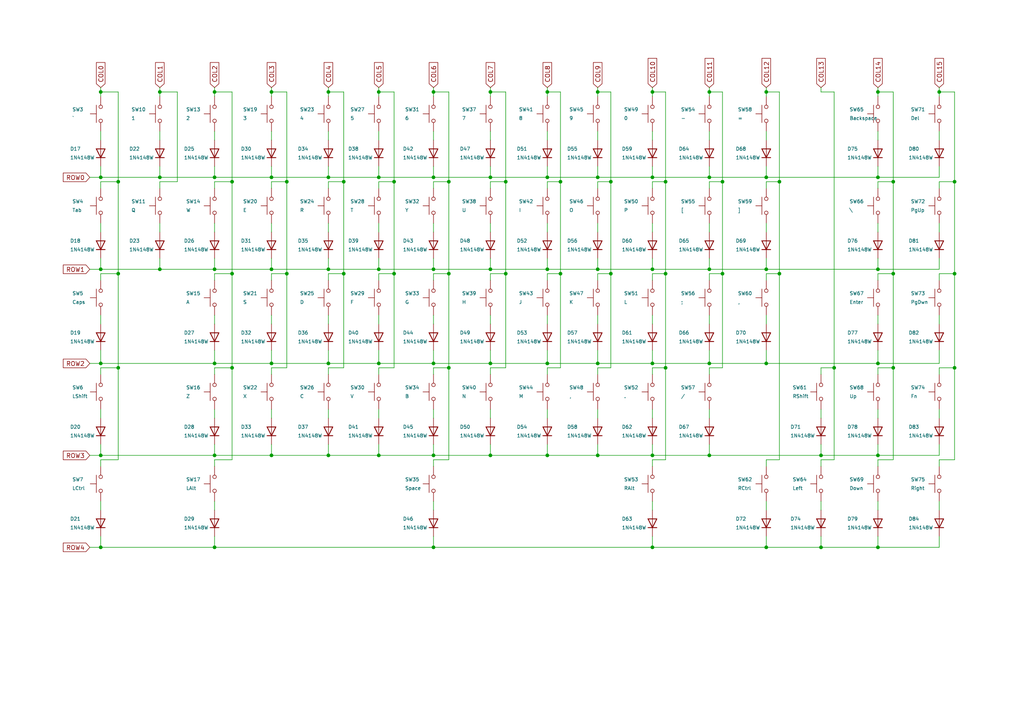
<source format=kicad_sch>
(kicad_sch (version 20211123) (generator eeschema)
  (paper "A4")
  (title_block (title "Phoenix Project No 1 - Type H") (date "2023-05-07") (rev "2") (comment 1 "Designed with love by Rico"))
  (junction (at 238.125 158.75))
  (junction (at 62.23 78.105))
  (junction (at 254.635 132.08))
  (junction (at 62.23 105.41))
  (junction (at 125.73 51.435))
  (junction (at 83.185 52.705))
  (junction (at 173.355 78.105))
  (junction (at 158.75 105.41))
  (junction (at 142.24 78.105))
  (junction (at 142.24 51.435))
  (junction (at 193.04 52.705))
  (junction (at 29.21 78.105))
  (junction (at 259.08 79.375))
  (junction (at 29.21 26.67))
  (junction (at 209.55 52.705))
  (junction (at 29.21 51.435))
  (junction (at 173.355 132.08))
  (junction (at 177.165 52.705))
  (junction (at 99.695 79.375))
  (junction (at 29.21 105.41))
  (junction (at 142.24 105.41))
  (junction (at 142.24 26.67))
  (junction (at 29.21 158.75))
  (junction (at 205.74 26.67))
  (junction (at 142.24 132.08))
  (junction (at 109.855 105.41))
  (junction (at 78.74 105.41))
  (junction (at 146.685 79.375))
  (junction (at 78.74 26.67))
  (junction (at 67.31 106.68))
  (junction (at 173.355 51.435))
  (junction (at 130.175 106.68))
  (junction (at 205.74 132.08))
  (junction (at 222.25 105.41))
  (junction (at 162.56 52.705))
  (junction (at 238.125 132.08))
  (junction (at 95.25 78.105))
  (junction (at 125.73 105.41))
  (junction (at 109.855 51.435))
  (junction (at 177.165 79.375))
  (junction (at 62.23 26.67))
  (junction (at 46.355 51.435))
  (junction (at 254.635 105.41))
  (junction (at 78.74 51.435))
  (junction (at 222.25 26.67))
  (junction (at 109.855 26.67))
  (junction (at 146.685 52.705))
  (junction (at 34.29 52.705))
  (junction (at 276.86 106.68))
  (junction (at 83.185 79.375))
  (junction (at 162.56 79.375))
  (junction (at 109.855 132.08))
  (junction (at 189.23 78.105))
  (junction (at 125.73 158.75))
  (junction (at 130.175 52.705))
  (junction (at 209.55 79.375))
  (junction (at 34.29 79.375))
  (junction (at 189.23 105.41))
  (junction (at 125.73 78.105))
  (junction (at 276.86 79.375))
  (junction (at 222.25 78.105))
  (junction (at 114.3 52.705))
  (junction (at 259.08 52.705))
  (junction (at 205.74 51.435))
  (junction (at 95.25 132.08))
  (junction (at 189.23 158.75))
  (junction (at 95.25 51.435))
  (junction (at 254.635 51.435))
  (junction (at 95.25 105.41))
  (junction (at 158.75 132.08))
  (junction (at 222.25 158.75))
  (junction (at 67.31 79.375))
  (junction (at 189.23 51.435))
  (junction (at 254.635 26.67))
  (junction (at 158.75 51.435))
  (junction (at 78.74 132.08))
  (junction (at 241.935 106.68))
  (junction (at 205.74 105.41))
  (junction (at 114.3 79.375))
  (junction (at 254.635 158.75))
  (junction (at 158.75 78.105))
  (junction (at 29.21 132.08))
  (junction (at 272.415 26.67))
  (junction (at 193.04 106.68))
  (junction (at 226.06 79.375))
  (junction (at 62.23 132.08))
  (junction (at 205.74 78.105))
  (junction (at 189.23 132.08))
  (junction (at 67.31 52.705))
  (junction (at 173.355 26.67))
  (junction (at 189.23 26.67))
  (junction (at 226.06 52.705))
  (junction (at 193.04 79.375))
  (junction (at 276.86 52.705))
  (junction (at 46.355 26.67))
  (junction (at 259.08 106.68))
  (junction (at 78.74 78.105))
  (junction (at 125.73 26.67))
  (junction (at 173.355 105.41))
  (junction (at 99.695 52.705))
  (junction (at 95.25 26.67))
  (junction (at 130.175 79.375))
  (junction (at 62.23 51.435))
  (junction (at 109.855 78.105))
  (junction (at 62.23 158.75))
  (junction (at 34.29 106.68))
  (junction (at 222.25 51.435))
  (junction (at 46.355 78.105))
  (junction (at 158.75 26.67))
  (junction (at 125.73 132.08))
  (junction (at 254.635 78.105))
  (wire (pts (xy 62.23 74.93) (xy 62.23 78.105)))
  (wire (pts (xy 272.415 26.67) (xy 276.86 26.67)))
  (wire (pts (xy 173.355 74.93) (xy 173.355 78.105)))
  (wire (pts (xy 95.25 26.67) (xy 95.25 27.94)))
  (wire (pts (xy 259.08 79.375) (xy 254.635 79.375)))
  (wire (pts (xy 78.74 38.1) (xy 78.74 40.64)))
  (wire (pts (xy 78.74 79.375) (xy 78.74 81.28)))
  (wire (pts (xy 205.74 132.08) (xy 238.125 132.08)))
  (wire (pts (xy 158.75 26.67) (xy 158.75 27.94)))
  (wire (pts (xy 238.125 118.745) (xy 238.125 121.285)))
  (wire (pts (xy 95.25 118.745) (xy 95.25 121.285)))
  (wire (pts (xy 254.635 25.4) (xy 254.635 26.67)))
  (wire (pts (xy 78.74 78.105) (xy 62.23 78.105)))
  (wire (pts (xy 78.74 118.745) (xy 78.74 121.285)))
  (wire (pts (xy 173.355 26.67) (xy 177.165 26.67)))
  (wire (pts (xy 189.23 26.67) (xy 193.04 26.67)))
  (wire (pts (xy 158.75 132.08) (xy 142.24 132.08)))
  (wire (pts (xy 158.75 118.745) (xy 158.75 121.285)))
  (wire (pts (xy 254.635 79.375) (xy 254.635 81.28)))
  (wire (pts (xy 142.24 51.435) (xy 125.73 51.435)))
  (wire (pts (xy 146.685 26.67) (xy 146.685 52.705)))
  (wire (pts (xy 189.23 105.41) (xy 173.355 105.41)))
  (wire (pts (xy 78.74 101.6) (xy 78.74 105.41)))
  (wire (pts (xy 222.25 52.705) (xy 222.25 54.61)))
  (wire (pts (xy 226.06 79.375) (xy 222.25 79.375)))
  (wire (pts (xy 226.06 26.67) (xy 226.06 52.705)))
  (wire (pts (xy 158.75 79.375) (xy 158.75 81.28)))
  (wire (pts (xy 125.73 105.41) (xy 109.855 105.41)))
  (wire (pts (xy 109.855 106.68) (xy 109.855 108.585)))
  (wire (pts (xy 189.23 51.435) (xy 173.355 51.435)))
  (wire (pts (xy 254.635 145.415) (xy 254.635 147.955)))
  (wire (pts (xy 62.23 38.1) (xy 62.23 40.64)))
  (wire (pts (xy 222.25 51.435) (xy 254.635 51.435)))
  (wire (pts (xy 67.31 79.375) (xy 62.23 79.375)))
  (wire (pts (xy 173.355 106.68) (xy 173.355 108.585)))
  (wire (pts (xy 259.08 106.68) (xy 254.635 106.68)))
  (wire (pts (xy 29.21 52.705) (xy 29.21 54.61)))
  (wire (pts (xy 130.175 106.68) (xy 130.175 133.35)))
  (wire (pts (xy 62.23 25.4) (xy 62.23 26.67)))
  (wire (pts (xy 29.21 26.67) (xy 34.29 26.67)))
  (wire (pts (xy 142.24 101.6) (xy 142.24 105.41)))
  (wire (pts (xy 272.415 155.575) (xy 272.415 158.75)))
  (wire (pts (xy 125.73 51.435) (xy 109.855 51.435)))
  (wire (pts (xy 29.21 128.905) (xy 29.21 132.08)))
  (wire (pts (xy 222.25 26.67) (xy 226.06 26.67)))
  (wire (pts (xy 222.25 91.44) (xy 222.25 93.98)))
  (wire (pts (xy 254.635 118.745) (xy 254.635 121.285)))
  (wire (pts (xy 67.31 79.375) (xy 67.31 106.68)))
  (wire (pts (xy 158.75 78.105) (xy 142.24 78.105)))
  (wire (pts (xy 189.23 158.75) (xy 125.73 158.75)))
  (wire (pts (xy 254.635 155.575) (xy 254.635 158.75)))
  (wire (pts (xy 109.855 128.905) (xy 109.855 132.08)))
  (wire (pts (xy 83.185 52.705) (xy 83.185 79.375)))
  (wire (pts (xy 209.55 106.68) (xy 205.74 106.68)))
  (wire (pts (xy 142.24 105.41) (xy 125.73 105.41)))
  (wire (pts (xy 173.355 128.905) (xy 173.355 132.08)))
  (wire (pts (xy 142.24 52.705) (xy 142.24 54.61)))
  (wire (pts (xy 29.21 155.575) (xy 29.21 158.75)))
  (wire (pts (xy 226.06 52.705) (xy 226.06 79.375)))
  (wire (pts (xy 114.3 106.68) (xy 109.855 106.68)))
  (wire (pts (xy 162.56 26.67) (xy 162.56 52.705)))
  (wire (pts (xy 272.415 52.705) (xy 272.415 54.61)))
  (wire (pts (xy 254.635 52.705) (xy 254.635 54.61)))
  (wire (pts (xy 125.73 158.75) (xy 62.23 158.75)))
  (wire (pts (xy 276.86 106.68) (xy 272.415 106.68)))
  (wire (pts (xy 29.21 133.35) (xy 34.29 133.35)))
  (wire (pts (xy 29.21 101.6) (xy 29.21 105.41)))
  (wire (pts (xy 205.74 105.41) (xy 189.23 105.41)))
  (wire (pts (xy 34.29 52.705) (xy 34.29 79.375)))
  (wire (pts (xy 109.855 105.41) (xy 95.25 105.41)))
  (wire (pts (xy 67.31 106.68) (xy 62.23 106.68)))
  (wire (pts (xy 125.73 26.67) (xy 130.175 26.67)))
  (wire (pts (xy 29.21 105.41) (xy 26.035 105.41)))
  (wire (pts (xy 272.415 79.375) (xy 272.415 81.28)))
  (wire (pts (xy 189.23 78.105) (xy 173.355 78.105)))
  (wire (pts (xy 29.21 48.26) (xy 29.21 51.435)))
  (wire (pts (xy 222.25 155.575) (xy 222.25 158.75)))
  (wire (pts (xy 158.75 51.435) (xy 142.24 51.435)))
  (wire (pts (xy 272.415 106.68) (xy 272.415 108.585)))
  (wire (pts (xy 46.355 25.4) (xy 46.355 26.67)))
  (wire (pts (xy 276.86 106.68) (xy 276.86 133.35)))
  (wire (pts (xy 173.355 91.44) (xy 173.355 93.98)))
  (wire (pts (xy 272.415 133.35) (xy 272.415 135.255)))
  (wire (pts (xy 125.73 48.26) (xy 125.73 51.435)))
  (wire (pts (xy 95.25 78.105) (xy 78.74 78.105)))
  (wire (pts (xy 114.3 52.705) (xy 109.855 52.705)))
  (wire (pts (xy 130.175 52.705) (xy 125.73 52.705)))
  (wire (pts (xy 146.685 52.705) (xy 142.24 52.705)))
  (wire (pts (xy 238.125 26.67) (xy 241.935 26.67)))
  (wire (pts (xy 95.25 26.67) (xy 99.695 26.67)))
  (wire (pts (xy 272.415 101.6) (xy 272.415 105.41)))
  (wire (pts (xy 83.185 79.375) (xy 83.185 106.68)))
  (wire (pts (xy 67.31 52.705) (xy 62.23 52.705)))
  (wire (pts (xy 109.855 118.745) (xy 109.855 121.285)))
  (wire (pts (xy 259.08 52.705) (xy 254.635 52.705)))
  (wire (pts (xy 29.21 91.44) (xy 29.21 93.98)))
  (wire (pts (xy 177.165 52.705) (xy 177.165 79.375)))
  (wire (pts (xy 238.125 128.905) (xy 238.125 132.08)))
  (wire (pts (xy 78.74 25.4) (xy 78.74 26.67)))
  (wire (pts (xy 78.74 132.08) (xy 62.23 132.08)))
  (wire (pts (xy 173.355 48.26) (xy 173.355 51.435)))
  (wire (pts (xy 222.25 64.77) (xy 222.25 67.31)))
  (wire (pts (xy 205.74 118.745) (xy 205.74 121.285)))
  (wire (pts (xy 238.125 25.4) (xy 238.125 26.67)))
  (wire (pts (xy 276.86 26.67) (xy 276.86 52.705)))
  (wire (pts (xy 95.25 52.705) (xy 95.25 54.61)))
  (wire (pts (xy 142.24 79.375) (xy 142.24 81.28)))
  (wire (pts (xy 222.25 78.105) (xy 205.74 78.105)))
  (wire (pts (xy 109.855 26.67) (xy 114.3 26.67)))
  (wire (pts (xy 29.21 158.75) (xy 62.23 158.75)))
  (wire (pts (xy 177.165 79.375) (xy 173.355 79.375)))
  (wire (pts (xy 78.74 106.68) (xy 78.74 108.585)))
  (wire (pts (xy 205.74 79.375) (xy 205.74 81.28)))
  (wire (pts (xy 205.74 25.4) (xy 205.74 26.67)))
  (wire (pts (xy 125.73 38.1) (xy 125.73 40.64)))
  (wire (pts (xy 189.23 91.44) (xy 189.23 93.98)))
  (wire (pts (xy 125.73 155.575) (xy 125.73 158.75)))
  (wire (pts (xy 142.24 26.67) (xy 146.685 26.67)))
  (wire (pts (xy 162.56 52.705) (xy 158.75 52.705)))
  (wire (pts (xy 62.23 133.35) (xy 62.23 135.255)))
  (wire (pts (xy 95.25 79.375) (xy 95.25 81.28)))
  (wire (pts (xy 241.935 26.67) (xy 241.935 106.68)))
  (wire (pts (xy 125.73 74.93) (xy 125.73 78.105)))
  (wire (pts (xy 193.04 26.67) (xy 193.04 52.705)))
  (wire (pts (xy 226.06 52.705) (xy 222.25 52.705)))
  (wire (pts (xy 62.23 101.6) (xy 62.23 105.41)))
  (wire (pts (xy 276.86 79.375) (xy 272.415 79.375)))
  (wire (pts (xy 241.935 106.68) (xy 241.935 133.35)))
  (wire (pts (xy 29.21 133.35) (xy 29.21 135.255)))
  (wire (pts (xy 189.23 133.35) (xy 189.23 135.255)))
  (wire (pts (xy 83.185 106.68) (xy 78.74 106.68)))
  (wire (pts (xy 193.04 79.375) (xy 193.04 106.68)))
  (wire (pts (xy 29.21 79.375) (xy 34.29 79.375)))
  (wire (pts (xy 209.55 79.375) (xy 205.74 79.375)))
  (wire (pts (xy 34.29 26.67) (xy 34.29 52.705)))
  (wire (pts (xy 46.355 51.435) (xy 29.21 51.435)))
  (wire (pts (xy 205.74 52.705) (xy 205.74 54.61)))
  (wire (pts (xy 99.695 79.375) (xy 95.25 79.375)))
  (wire (pts (xy 222.25 74.93) (xy 222.25 78.105)))
  (wire (pts (xy 189.23 64.77) (xy 189.23 67.31)))
  (wire (pts (xy 205.74 78.105) (xy 189.23 78.105)))
  (wire (pts (xy 272.415 38.1) (xy 272.415 40.64)))
  (wire (pts (xy 29.21 106.68) (xy 29.21 108.585)))
  (wire (pts (xy 99.695 106.68) (xy 95.25 106.68)))
  (wire (pts (xy 222.25 26.67) (xy 222.25 27.94)))
  (wire (pts (xy 173.355 79.375) (xy 173.355 81.28)))
  (wire (pts (xy 130.175 106.68) (xy 125.73 106.68)))
  (wire (pts (xy 238.125 145.415) (xy 238.125 147.955)))
  (wire (pts (xy 193.04 52.705) (xy 189.23 52.705)))
  (wire (pts (xy 29.21 132.08) (xy 62.23 132.08)))
  (wire (pts (xy 62.23 155.575) (xy 62.23 158.75)))
  (wire (pts (xy 173.355 118.745) (xy 173.355 121.285)))
  (wire (pts (xy 34.29 106.68) (xy 34.29 133.35)))
  (wire (pts (xy 125.73 133.35) (xy 130.175 133.35)))
  (wire (pts (xy 254.635 132.08) (xy 238.125 132.08)))
  (wire (pts (xy 78.74 128.905) (xy 78.74 132.08)))
  (wire (pts (xy 158.75 38.1) (xy 158.75 40.64)))
  (wire (pts (xy 142.24 128.905) (xy 142.24 132.08)))
  (wire (pts (xy 254.635 51.435) (xy 272.415 51.435)))
  (wire (pts (xy 142.24 38.1) (xy 142.24 40.64)))
  (wire (pts (xy 158.75 101.6) (xy 158.75 105.41)))
  (wire (pts (xy 109.855 101.6) (xy 109.855 105.41)))
  (wire (pts (xy 222.25 105.41) (xy 205.74 105.41)))
  (wire (pts (xy 189.23 101.6) (xy 189.23 105.41)))
  (wire (pts (xy 67.31 106.68) (xy 67.31 133.35)))
  (wire (pts (xy 109.855 26.67) (xy 109.855 27.94)))
  (wire (pts (xy 29.21 78.105) (xy 26.035 78.105)))
  (wire (pts (xy 29.21 158.75) (xy 26.035 158.75)))
  (wire (pts (xy 173.355 26.67) (xy 173.355 27.94)))
  (wire (pts (xy 83.185 26.67) (xy 83.185 52.705)))
  (wire (pts (xy 95.25 91.44) (xy 95.25 93.98)))
  (wire (pts (xy 189.23 26.67) (xy 189.23 27.94)))
  (wire (pts (xy 142.24 48.26) (xy 142.24 51.435)))
  (wire (pts (xy 272.415 105.41) (xy 254.635 105.41)))
  (wire (pts (xy 272.415 25.4) (xy 272.415 26.67)))
  (wire (pts (xy 29.21 51.435) (xy 26.035 51.435)))
  (wire (pts (xy 142.24 74.93) (xy 142.24 78.105)))
  (wire (pts (xy 62.23 26.67) (xy 67.31 26.67)))
  (wire (pts (xy 158.75 26.67) (xy 162.56 26.67)))
  (wire (pts (xy 254.635 26.67) (xy 254.635 27.94)))
  (wire (pts (xy 238.125 133.35) (xy 241.935 133.35)))
  (wire (pts (xy 95.25 128.905) (xy 95.25 132.08)))
  (wire (pts (xy 114.3 52.705) (xy 114.3 79.375)))
  (wire (pts (xy 259.08 52.705) (xy 259.08 79.375)))
  (wire (pts (xy 109.855 64.77) (xy 109.855 67.31)))
  (wire (pts (xy 189.23 52.705) (xy 189.23 54.61)))
  (wire (pts (xy 162.56 79.375) (xy 162.56 106.68)))
  (wire (pts (xy 189.23 25.4) (xy 189.23 26.67)))
  (wire (pts (xy 205.74 26.67) (xy 209.55 26.67)))
  (wire (pts (xy 205.74 128.905) (xy 205.74 132.08)))
  (wire (pts (xy 99.695 26.67) (xy 99.695 52.705)))
  (wire (pts (xy 254.635 91.44) (xy 254.635 93.98)))
  (wire (pts (xy 125.73 52.705) (xy 125.73 54.61)))
  (wire (pts (xy 109.855 78.105) (xy 95.25 78.105)))
  (wire (pts (xy 130.175 26.67) (xy 130.175 52.705)))
  (wire (pts (xy 95.25 25.4) (xy 95.25 26.67)))
  (wire (pts (xy 205.74 38.1) (xy 205.74 40.64)))
  (wire (pts (xy 125.73 64.77) (xy 125.73 67.31)))
  (wire (pts (xy 189.23 155.575) (xy 189.23 158.75)))
  (wire (pts (xy 158.75 64.77) (xy 158.75 67.31)))
  (wire (pts (xy 189.23 106.68) (xy 189.23 108.585)))
  (wire (pts (xy 222.25 51.435) (xy 205.74 51.435)))
  (wire (pts (xy 29.21 145.415) (xy 29.21 147.955)))
  (wire (pts (xy 272.415 128.905) (xy 272.415 132.08)))
  (wire (pts (xy 62.23 91.44) (xy 62.23 93.98)))
  (wire (pts (xy 29.21 106.68) (xy 34.29 106.68)))
  (wire (pts (xy 78.74 91.44) (xy 78.74 93.98)))
  (wire (pts (xy 259.08 106.68) (xy 259.08 133.35)))
  (wire (pts (xy 67.31 26.67) (xy 67.31 52.705)))
  (wire (pts (xy 254.635 26.67) (xy 259.08 26.67)))
  (wire (pts (xy 125.73 145.415) (xy 125.73 147.955)))
  (wire (pts (xy 272.415 118.745) (xy 272.415 121.285)))
  (wire (pts (xy 173.355 105.41) (xy 158.75 105.41)))
  (wire (pts (xy 158.75 52.705) (xy 158.75 54.61)))
  (wire (pts (xy 276.86 133.35) (xy 272.415 133.35)))
  (wire (pts (xy 125.73 133.35) (xy 125.73 135.255)))
  (wire (pts (xy 146.685 52.705) (xy 146.685 79.375)))
  (wire (pts (xy 222.25 158.75) (xy 189.23 158.75)))
  (wire (pts (xy 158.75 105.41) (xy 142.24 105.41)))
  (wire (pts (xy 142.24 132.08) (xy 125.73 132.08)))
  (wire (pts (xy 162.56 79.375) (xy 158.75 79.375)))
  (wire (pts (xy 238.125 135.255) (xy 238.125 133.35)))
  (wire (pts (xy 62.23 52.705) (xy 62.23 54.61)))
  (wire (pts (xy 62.23 64.77) (xy 62.23 67.31)))
  (wire (pts (xy 95.25 64.77) (xy 95.25 67.31)))
  (wire (pts (xy 209.55 26.67) (xy 209.55 52.705)))
  (wire (pts (xy 193.04 52.705) (xy 193.04 79.375)))
  (wire (pts (xy 62.23 79.375) (xy 62.23 81.28)))
  (wire (pts (xy 130.175 79.375) (xy 125.73 79.375)))
  (wire (pts (xy 276.86 79.375) (xy 276.86 106.68)))
  (wire (pts (xy 125.73 106.68) (xy 125.73 108.585)))
  (wire (pts (xy 189.23 74.93) (xy 189.23 78.105)))
  (wire (pts (xy 125.73 128.905) (xy 125.73 132.08)))
  (wire (pts (xy 173.355 52.705) (xy 173.355 54.61)))
  (wire (pts (xy 95.25 101.6) (xy 95.25 105.41)))
  (wire (pts (xy 173.355 25.4) (xy 173.355 26.67)))
  (wire (pts (xy 158.75 25.4) (xy 158.75 26.67)))
  (wire (pts (xy 173.355 64.77) (xy 173.355 67.31)))
  (wire (pts (xy 142.24 118.745) (xy 142.24 121.285)))
  (wire (pts (xy 254.635 78.105) (xy 222.25 78.105)))
  (wire (pts (xy 109.855 51.435) (xy 95.25 51.435)))
  (wire (pts (xy 125.73 79.375) (xy 125.73 81.28)))
  (wire (pts (xy 272.415 158.75) (xy 254.635 158.75)))
  (wire (pts (xy 142.24 91.44) (xy 142.24 93.98)))
  (wire (pts (xy 114.3 79.375) (xy 109.855 79.375)))
  (wire (pts (xy 272.415 132.08) (xy 254.635 132.08)))
  (wire (pts (xy 62.23 128.905) (xy 62.23 132.08)))
  (wire (pts (xy 46.355 38.1) (xy 46.355 40.64)))
  (wire (pts (xy 78.74 26.67) (xy 78.74 27.94)))
  (wire (pts (xy 173.355 38.1) (xy 173.355 40.64)))
  (wire (pts (xy 238.125 155.575) (xy 238.125 158.75)))
  (wire (pts (xy 272.415 74.93) (xy 272.415 78.105)))
  (wire (pts (xy 83.185 79.375) (xy 78.74 79.375)))
  (wire (pts (xy 130.175 79.375) (xy 130.175 106.68)))
  (wire (pts (xy 130.175 52.705) (xy 130.175 79.375)))
  (wire (pts (xy 173.355 101.6) (xy 173.355 105.41)))
  (wire (pts (xy 46.355 26.67) (xy 46.355 27.94)))
  (wire (pts (xy 62.23 133.35) (xy 67.31 133.35)))
  (wire (pts (xy 46.355 78.105) (xy 29.21 78.105)))
  (wire (pts (xy 189.23 128.905) (xy 189.23 132.08)))
  (wire (pts (xy 241.935 106.68) (xy 238.125 106.68)))
  (wire (pts (xy 46.355 74.93) (xy 46.355 78.105)))
  (wire (pts (xy 254.635 105.41) (xy 222.25 105.41)))
  (wire (pts (xy 158.75 48.26) (xy 158.75 51.435)))
  (wire (pts (xy 272.415 48.26) (xy 272.415 51.435)))
  (wire (pts (xy 95.25 106.68) (xy 95.25 108.585)))
  (wire (pts (xy 189.23 51.435) (xy 205.74 51.435)))
  (wire (pts (xy 177.165 79.375) (xy 177.165 106.68)))
  (wire (pts (xy 78.74 52.705) (xy 78.74 54.61)))
  (wire (pts (xy 62.23 51.435) (xy 46.355 51.435)))
  (wire (pts (xy 189.23 38.1) (xy 189.23 40.64)))
  (wire (pts (xy 29.21 52.705) (xy 34.29 52.705)))
  (wire (pts (xy 95.25 105.41) (xy 78.74 105.41)))
  (wire (pts (xy 254.635 38.1) (xy 254.635 40.64)))
  (wire (pts (xy 238.125 106.68) (xy 238.125 108.585)))
  (wire (pts (xy 205.74 48.26) (xy 205.74 51.435)))
  (wire (pts (xy 254.635 48.26) (xy 254.635 51.435)))
  (wire (pts (xy 272.415 78.105) (xy 254.635 78.105)))
  (wire (pts (xy 142.24 25.4) (xy 142.24 26.67)))
  (wire (pts (xy 46.355 26.67) (xy 51.435 26.67)))
  (wire (pts (xy 272.415 91.44) (xy 272.415 93.98)))
  (wire (pts (xy 146.685 79.375) (xy 146.685 106.68)))
  (wire (pts (xy 205.74 26.67) (xy 205.74 27.94)))
  (wire (pts (xy 254.635 128.905) (xy 254.635 132.08)))
  (wire (pts (xy 142.24 26.67) (xy 142.24 27.94)))
  (wire (pts (xy 109.855 79.375) (xy 109.855 81.28)))
  (wire (pts (xy 189.23 132.08) (xy 173.355 132.08)))
  (wire (pts (xy 193.04 106.68) (xy 193.04 133.35)))
  (wire (pts (xy 205.74 106.68) (xy 205.74 108.585)))
  (wire (pts (xy 78.74 26.67) (xy 83.185 26.67)))
  (wire (pts (xy 158.75 91.44) (xy 158.75 93.98)))
  (wire (pts (xy 276.86 52.705) (xy 272.415 52.705)))
  (wire (pts (xy 162.56 52.705) (xy 162.56 79.375)))
  (wire (pts (xy 99.695 52.705) (xy 95.25 52.705)))
  (wire (pts (xy 125.73 26.67) (xy 125.73 27.94)))
  (wire (pts (xy 109.855 74.93) (xy 109.855 78.105)))
  (wire (pts (xy 177.165 106.68) (xy 173.355 106.68)))
  (wire (pts (xy 29.21 25.4) (xy 29.21 26.67)))
  (wire (pts (xy 189.23 145.415) (xy 189.23 147.955)))
  (wire (pts (xy 125.73 25.4) (xy 125.73 26.67)))
  (wire (pts (xy 29.21 74.93) (xy 29.21 78.105)))
  (wire (pts (xy 193.04 79.375) (xy 189.23 79.375)))
  (wire (pts (xy 259.08 133.35) (xy 254.635 133.35)))
  (wire (pts (xy 125.73 118.745) (xy 125.73 121.285)))
  (wire (pts (xy 226.06 133.35) (xy 222.25 133.35)))
  (wire (pts (xy 173.355 132.08) (xy 158.75 132.08)))
  (wire (pts (xy 109.855 25.4) (xy 109.855 26.67)))
  (wire (pts (xy 46.355 54.61) (xy 46.355 52.705)))
  (wire (pts (xy 158.75 128.905) (xy 158.75 132.08)))
  (wire (pts (xy 114.3 26.67) (xy 114.3 52.705)))
  (wire (pts (xy 254.635 133.35) (xy 254.635 135.255)))
  (wire (pts (xy 114.3 79.375) (xy 114.3 106.68)))
  (wire (pts (xy 109.855 132.08) (xy 95.25 132.08)))
  (wire (pts (xy 259.08 79.375) (xy 259.08 106.68)))
  (wire (pts (xy 254.635 101.6) (xy 254.635 105.41)))
  (wire (pts (xy 29.21 105.41) (xy 62.23 105.41)))
  (wire (pts (xy 222.25 38.1) (xy 222.25 40.64)))
  (wire (pts (xy 222.25 25.4) (xy 222.25 26.67)))
  (wire (pts (xy 29.21 118.745) (xy 29.21 121.285)))
  (wire (pts (xy 276.86 52.705) (xy 276.86 79.375)))
  (wire (pts (xy 226.06 79.375) (xy 226.06 133.35)))
  (wire (pts (xy 34.29 79.375) (xy 34.29 106.68)))
  (wire (pts (xy 189.23 48.26) (xy 189.23 51.435)))
  (wire (pts (xy 125.73 91.44) (xy 125.73 93.98)))
  (wire (pts (xy 254.635 106.68) (xy 254.635 108.585)))
  (wire (pts (xy 62.23 106.68) (xy 62.23 108.585)))
  (wire (pts (xy 205.74 101.6) (xy 205.74 105.41)))
  (wire (pts (xy 62.23 48.26) (xy 62.23 51.435)))
  (wire (pts (xy 222.25 79.375) (xy 222.25 81.28)))
  (wire (pts (xy 99.695 52.705) (xy 99.695 79.375)))
  (wire (pts (xy 109.855 48.26) (xy 109.855 51.435)))
  (wire (pts (xy 95.25 51.435) (xy 78.74 51.435)))
  (wire (pts (xy 254.635 158.75) (xy 238.125 158.75)))
  (wire (pts (xy 95.25 38.1) (xy 95.25 40.64)))
  (wire (pts (xy 62.23 26.67) (xy 62.23 27.94)))
  (wire (pts (xy 51.435 26.67) (xy 51.435 52.705)))
  (wire (pts (xy 109.855 52.705) (xy 109.855 54.61)))
  (wire (pts (xy 78.74 51.435) (xy 62.23 51.435)))
  (wire (pts (xy 209.55 52.705) (xy 209.55 79.375)))
  (wire (pts (xy 109.855 91.44) (xy 109.855 93.98)))
  (wire (pts (xy 158.75 74.93) (xy 158.75 78.105)))
  (wire (pts (xy 209.55 52.705) (xy 205.74 52.705)))
  (wire (pts (xy 259.08 26.67) (xy 259.08 52.705)))
  (wire (pts (xy 142.24 78.105) (xy 125.73 78.105)))
  (wire (pts (xy 125.73 101.6) (xy 125.73 105.41)))
  (wire (pts (xy 125.73 78.105) (xy 109.855 78.105)))
  (wire (pts (xy 95.25 48.26) (xy 95.25 51.435)))
  (wire (pts (xy 222.25 133.35) (xy 222.25 135.255)))
  (wire (pts (xy 189.23 79.375) (xy 189.23 81.28)))
  (wire (pts (xy 67.31 52.705) (xy 67.31 79.375)))
  (wire (pts (xy 29.21 26.67) (xy 29.21 27.94)))
  (wire (pts (xy 146.685 106.68) (xy 142.24 106.68)))
  (wire (pts (xy 238.125 158.75) (xy 222.25 158.75)))
  (wire (pts (xy 29.21 38.1) (xy 29.21 40.64)))
  (wire (pts (xy 158.75 106.68) (xy 158.75 108.585)))
  (wire (pts (xy 177.165 26.67) (xy 177.165 52.705)))
  (wire (pts (xy 46.355 52.705) (xy 51.435 52.705)))
  (wire (pts (xy 78.74 105.41) (xy 62.23 105.41)))
  (wire (pts (xy 272.415 64.77) (xy 272.415 67.31)))
  (wire (pts (xy 193.04 133.35) (xy 189.23 133.35)))
  (wire (pts (xy 272.415 26.67) (xy 272.415 27.94)))
  (wire (pts (xy 162.56 106.68) (xy 158.75 106.68)))
  (wire (pts (xy 222.25 101.6) (xy 222.25 105.41)))
  (wire (pts (xy 99.695 79.375) (xy 99.695 106.68)))
  (wire (pts (xy 142.24 106.68) (xy 142.24 108.585)))
  (wire (pts (xy 46.355 48.26) (xy 46.355 51.435)))
  (wire (pts (xy 95.25 132.08) (xy 78.74 132.08)))
  (wire (pts (xy 62.23 78.105) (xy 46.355 78.105)))
  (wire (pts (xy 109.855 38.1) (xy 109.855 40.64)))
  (wire (pts (xy 205.74 74.93) (xy 205.74 78.105)))
  (wire (pts (xy 29.21 79.375) (xy 29.21 81.28)))
  (wire (pts (xy 83.185 52.705) (xy 78.74 52.705)))
  (wire (pts (xy 189.23 118.745) (xy 189.23 121.285)))
  (wire (pts (xy 254.635 74.93) (xy 254.635 78.105)))
  (wire (pts (xy 142.24 64.77) (xy 142.24 67.31)))
  (wire (pts (xy 46.355 64.77) (xy 46.355 67.31)))
  (wire (pts (xy 177.165 52.705) (xy 173.355 52.705)))
  (wire (pts (xy 222.25 48.26) (xy 222.25 51.435)))
  (wire (pts (xy 205.74 91.44) (xy 205.74 93.98)))
  (wire (pts (xy 78.74 64.77) (xy 78.74 67.31)))
  (wire (pts (xy 272.415 145.415) (xy 272.415 147.955)))
  (wire (pts (xy 209.55 79.375) (xy 209.55 106.68)))
  (wire (pts (xy 62.23 145.415) (xy 62.23 147.955)))
  (wire (pts (xy 173.355 78.105) (xy 158.75 78.105)))
  (wire (pts (xy 173.355 51.435) (xy 158.75 51.435)))
  (wire (pts (xy 254.635 64.77) (xy 254.635 67.31)))
  (wire (pts (xy 29.21 64.77) (xy 29.21 67.31)))
  (wire (pts (xy 146.685 79.375) (xy 142.24 79.375)))
  (wire (pts (xy 78.74 74.93) (xy 78.74 78.105)))
  (wire (pts (xy 222.25 145.415) (xy 222.25 147.955)))
  (wire (pts (xy 62.23 118.745) (xy 62.23 121.285)))
  (wire (pts (xy 193.04 106.68) (xy 189.23 106.68)))
  (wire (pts (xy 205.74 132.08) (xy 189.23 132.08)))
  (wire (pts (xy 205.74 64.77) (xy 205.74 67.31)))
  (wire (pts (xy 29.21 132.08) (xy 26.035 132.08)))
  (wire (pts (xy 125.73 132.08) (xy 109.855 132.08)))
  (wire (pts (xy 78.74 48.26) (xy 78.74 51.435)))
  (wire (pts (xy 95.25 74.93) (xy 95.25 78.105)))
  (global_label "COL6" (shape input) (at 125.73 25.4 90) (property "Intersheet References" "${INTERSHEET_REFS}" (effects hide)))
  (global_label "COL4" (shape input) (at 95.25 25.4 90) (property "Intersheet References" "${INTERSHEET_REFS}" (effects hide)))
  (global_label "ROW0" (shape input) (at 26.035 51.435 180) (property "Intersheet References" "${INTERSHEET_REFS}" (effects hide)))
  (global_label "COL11" (shape input) (at 205.74 25.4 90) (property "Intersheet References" "${INTERSHEET_REFS}" (effects hide)))
  (global_label "COL2" (shape input) (at 62.23 25.4 90) (property "Intersheet References" "${INTERSHEET_REFS}" (effects hide)))
  (global_label "COL12" (shape input) (at 222.25 25.4 90) (property "Intersheet References" "${INTERSHEET_REFS}" (effects hide)))
  (global_label "ROW1" (shape input) (at 26.035 78.105 180) (property "Intersheet References" "${INTERSHEET_REFS}" (effects hide)))
  (global_label "ROW4" (shape input) (at 26.035 158.75 180) (property "Intersheet References" "${INTERSHEET_REFS}" (effects hide)))
  (global_label "COL1" (shape input) (at 46.355 25.4 90) (property "Intersheet References" "${INTERSHEET_REFS}" (effects hide)))
  (global_label "COL14" (shape input) (at 254.635 25.4 90) (property "Intersheet References" "${INTERSHEET_REFS}" (effects hide)))
  (global_label "COL3" (shape input) (at 78.74 25.4 90) (property "Intersheet References" "${INTERSHEET_REFS}" (effects hide)))
  (global_label "COL9" (shape input) (at 173.355 25.4 90) (property "Intersheet References" "${INTERSHEET_REFS}" (effects hide)))
  (global_label "COL10" (shape input) (at 189.23 25.4 90) (property "Intersheet References" "${INTERSHEET_REFS}" (effects hide)))
  (global_label "COL15" (shape input) (at 272.415 25.4 90) (property "Intersheet References" "${INTERSHEET_REFS}" (effects hide)))
  (global_label "COL13" (shape input) (at 238.125 25.4 90) (property "Intersheet References" "${INTERSHEET_REFS}" (effects hide)))
  (global_label "COL5" (shape input) (at 109.855 25.4 90) (property "Intersheet References" "${INTERSHEET_REFS}" (effects hide)))
  (global_label "ROW2" (shape input) (at 26.035 105.41 180) (property "Intersheet References" "${INTERSHEET_REFS}" (effects hide)))
  (global_label "COL7" (shape input) (at 142.24 25.4 90) (property "Intersheet References" "${INTERSHEET_REFS}" (effects hide)))
  (global_label "ROW3" (shape input) (at 26.035 132.08 180) (property "Intersheet References" "${INTERSHEET_REFS}" (effects hide)))
  (global_label "COL0" (shape input) (at 29.21 25.4 90) (property "Intersheet References" "${INTERSHEET_REFS}" (effects hide)))
  (global_label "COL8" (shape input) (at 158.75 25.4 90) (property "Intersheet References" "${INTERSHEET_REFS}" (effects hide)))
  (symbol (lib_name "1N4148W_58") (lib_id "Diode:1N4148W") (at 142.24 97.79 90) (unit 1)
    (property "Reference" "D49" (at 133.35 96.52 90) (effects (font (size 1 1)) (justify right)))
    (property "Value" "1N4148W" (at 133.35 99.06 90) (effects (font (size 1 1)) (justify right)))
    (property "Footprint" "mymakercorner:D_SOD-123" (effects hide))
    (property "Datasheet" "https://www.vishay.com/docs/85748/1n4148w.pdf" (effects hide))
    (property "LCSC" "C81598" (effects hide))
  )
  (symbol (lib_id "Switch:SW_Push") (at 62.23 140.335 90) (unit 1)
    (property "Reference" "SW17" (at 53.975 139.065 90) (effects (font (size 1 1)) (justify right)))
    (property "Value" "LAlt" (at 53.975 141.605 90) (effects (font (size 1 1)) (justify right)))
    (property "Footprint" "mymakercorner:Mx_Kailh_Socket_15u" (effects hide))
    (property "LCSC" "C5156480" (effects hide))
  )
  (symbol (lib_id "Switch:SW_Push") (at 109.855 33.02 90) (unit 1)
    (property "Reference" "SW27" (at 101.6 31.75 90) (effects (font (size 1 1)) (justify right)))
    (property "Value" "5" (at 101.6 34.29 90) (effects (font (size 1 1)) (justify right)))
    (property "Footprint" "mymakercorner:MX_Kailh_Socket_1u" (effects hide))
    (property "LCSC" "C5156480" (effects hide))
  )
  (symbol (lib_id "Switch:SW_Push") (at 173.355 59.69 90) (unit 1)
    (property "Reference" "SW46" (at 165.1 58.42 90) (effects (font (size 1 1)) (justify right)))
    (property "Value" "O" (at 165.1 60.96 90) (effects (font (size 1 1)) (justify right)))
    (property "Footprint" "mymakercorner:MX_Kailh_Socket_1u" (effects hide))
    (property "LCSC" "C5156480" (effects hide))
  )
  (symbol (lib_name "1N4148W_3") (lib_id "Diode:1N4148W") (at 62.23 125.095 90) (unit 1)
    (property "Reference" "D28" (at 53.34 123.825 90) (effects (font (size 1 1)) (justify right)))
    (property "Value" "1N4148W" (at 53.34 126.365 90) (effects (font (size 1 1)) (justify right)))
    (property "Footprint" "mymakercorner:D_SOD-123" (effects hide))
    (property "Datasheet" "https://www.vishay.com/docs/85748/1n4148w.pdf" (effects hide))
    (property "LCSC" "C81598" (effects hide))
  )
  (symbol (lib_id "Switch:SW_Push") (at 205.74 59.69 90) (unit 1)
    (property "Reference" "SW55" (at 197.485 58.42 90) (effects (font (size 1 1)) (justify right)))
    (property "Value" "[" (at 197.485 60.96 90) (effects (font (size 1 1)) (justify right)))
    (property "Footprint" "mymakercorner:MX_Kailh_Socket_1u" (effects hide))
    (property "LCSC" "C5156480" (effects hide))
  )
  (symbol (lib_id "Switch:SW_Push") (at 272.415 140.335 90) (unit 1)
    (property "Reference" "SW75" (at 264.16 139.065 90) (effects (font (size 1 1)) (justify right)))
    (property "Value" "Right" (at 264.16 141.605 90) (effects (font (size 1 1)) (justify right)))
    (property "Footprint" "mymakercorner:MX_Kailh_Socket_1u" (effects hide))
    (property "LCSC" "C5156480" (effects hide))
  )
  (symbol (lib_id "Diode:1N4148W") (at 125.73 44.45 90) (unit 1)
    (property "Reference" "D42" (at 116.84 43.18 90) (effects (font (size 1 1)) (justify right)))
    (property "Value" "1N4148W" (at 116.84 45.72 90) (effects (font (size 1 1)) (justify right)))
    (property "Footprint" "mymakercorner:D_SOD-123" (effects hide))
    (property "Datasheet" "https://www.vishay.com/docs/85748/1n4148w.pdf" (effects hide))
    (property "LCSC" "C81598" (effects hide))
  )
  (symbol (lib_name "1N4148W_7") (lib_id "Diode:1N4148W") (at 95.25 125.095 90) (unit 1)
    (property "Reference" "D37" (at 86.36 123.825 90) (effects (font (size 1 1)) (justify right)))
    (property "Value" "1N4148W" (at 86.36 126.365 90) (effects (font (size 1 1)) (justify right)))
    (property "Footprint" "mymakercorner:D_SOD-123" (effects hide))
    (property "Datasheet" "https://www.vishay.com/docs/85748/1n4148w.pdf" (effects hide))
    (property "LCSC" "C81598" (effects hide))
  )
  (symbol (lib_id "Switch:SW_Push") (at 109.855 113.665 90) (unit 1)
    (property "Reference" "SW30" (at 101.6 112.395 90) (effects (font (size 1 1)) (justify right)))
    (property "Value" "V" (at 101.6 114.935 90) (effects (font (size 1 1)) (justify right)))
    (property "Footprint" "mymakercorner:MX_Kailh_Socket_1u" (effects hide))
    (property "LCSC" "C5156480" (effects hide))
  )
  (symbol (lib_name "1N4148W_44") (lib_id "Diode:1N4148W") (at 222.25 71.12 90) (unit 1)
    (property "Reference" "D69" (at 213.36 69.85 90) (effects (font (size 1 1)) (justify right)))
    (property "Value" "1N4148W" (at 213.36 72.39 90) (effects (font (size 1 1)) (justify right)))
    (property "Footprint" "mymakercorner:D_SOD-123" (effects hide))
    (property "Datasheet" "https://www.vishay.com/docs/85748/1n4148w.pdf" (effects hide))
    (property "LCSC" "C81598" (effects hide))
  )
  (symbol (lib_id "Switch:SW_Push") (at 189.23 33.02 90) (unit 1)
    (property "Reference" "SW49" (at 180.975 31.75 90) (effects (font (size 1 1)) (justify right)))
    (property "Value" "0" (at 180.975 34.29 90) (effects (font (size 1 1)) (justify right)))
    (property "Footprint" "mymakercorner:MX_Kailh_Socket_1u" (effects hide))
    (property "LCSC" "C5156480" (effects hide))
  )
  (symbol (lib_id "Switch:SW_Push") (at 109.855 86.36 90) (unit 1)
    (property "Reference" "SW29" (at 101.6 85.09 90) (effects (font (size 1 1)) (justify right)))
    (property "Value" "F" (at 101.6 87.63 90) (effects (font (size 1 1)) (justify right)))
    (property "Footprint" "mymakercorner:MX_Kailh_Socket_1u" (effects hide))
    (property "LCSC" "C5156480" (effects hide))
  )
  (symbol (lib_name "1N4148W_27") (lib_id "Diode:1N4148W") (at 205.74 44.45 90) (unit 1)
    (property "Reference" "D64" (at 196.85 43.18 90) (effects (font (size 1 1)) (justify right)))
    (property "Value" "1N4148W" (at 196.85 45.72 90) (effects (font (size 1 1)) (justify right)))
    (property "Footprint" "mymakercorner:D_SOD-123" (effects hide))
    (property "Datasheet" "https://www.vishay.com/docs/85748/1n4148w.pdf" (effects hide))
    (property "LCSC" "C81598" (effects hide))
  )
  (symbol (lib_name "1N4148W_2") (lib_id "Diode:1N4148W") (at 62.23 151.765 90) (unit 1)
    (property "Reference" "D29" (at 53.34 150.495 90) (effects (font (size 1 1)) (justify right)))
    (property "Value" "1N4148W" (at 53.34 153.035 90) (effects (font (size 1 1)) (justify right)))
    (property "Footprint" "mymakercorner:D_SOD-123" (effects hide))
    (property "Datasheet" "https://www.vishay.com/docs/85748/1n4148w.pdf" (effects hide))
    (property "LCSC" "C81598" (effects hide))
  )
  (symbol (lib_name "1N4148W_25") (lib_id "Diode:1N4148W") (at 222.25 44.45 90) (unit 1)
    (property "Reference" "D68" (at 213.36 43.18 90) (effects (font (size 1 1)) (justify right)))
    (property "Value" "1N4148W" (at 213.36 45.72 90) (effects (font (size 1 1)) (justify right)))
    (property "Footprint" "mymakercorner:D_SOD-123" (effects hide))
    (property "Datasheet" "https://www.vishay.com/docs/85748/1n4148w.pdf" (effects hide))
    (property "LCSC" "C81598" (effects hide))
  )
  (symbol (lib_id "Switch:SW_Push") (at 95.25 59.69 90) (unit 1)
    (property "Reference" "SW24" (at 86.995 58.42 90) (effects (font (size 1 1)) (justify right)))
    (property "Value" "R" (at 86.995 60.96 90) (effects (font (size 1 1)) (justify right)))
    (property "Footprint" "mymakercorner:MX_Kailh_Socket_1u" (effects hide))
    (property "LCSC" "C5156480" (effects hide))
  )
  (symbol (lib_id "Switch:SW_Push") (at 254.635 59.69 90) (unit 1)
    (property "Reference" "SW66" (at 246.38 58.42 90) (effects (font (size 1 1)) (justify right)))
    (property "Value" "\\" (at 246.38 60.96 90) (effects (font (size 1 1)) (justify right)))
    (property "Footprint" "mymakercorner:Mx_Kailh_Socket_15u" (effects hide))
    (property "LCSC" "C5156480" (effects hide))
  )
  (symbol (lib_id "Switch:SW_Push") (at 254.635 86.36 90) (unit 1)
    (property "Reference" "SW67" (at 246.38 85.09 90) (effects (font (size 1 1)) (justify right)))
    (property "Value" "Enter" (at 246.38 87.63 90) (effects (font (size 1 1)) (justify right)))
    (property "Footprint" "mymakercorner:Mx_Kailh_Socket_225u" (effects hide))
    (property "LCSC" "C5156480" (effects hide))
  )
  (symbol (lib_name "1N4148W_38") (lib_id "Diode:1N4148W") (at 254.635 151.765 90) (unit 1)
    (property "Reference" "D79" (at 245.745 150.495 90) (effects (font (size 1 1)) (justify right)))
    (property "Value" "1N4148W" (at 245.745 153.035 90) (effects (font (size 1 1)) (justify right)))
    (property "Footprint" "mymakercorner:D_SOD-123" (effects hide))
    (property "Datasheet" "https://www.vishay.com/docs/85748/1n4148w.pdf" (effects hide))
    (property "LCSC" "C81598" (effects hide))
  )
  (symbol (lib_id "Switch:SW_Push") (at 29.21 59.69 90) (unit 1)
    (property "Reference" "SW4" (at 20.955 58.42 90) (effects (font (size 1 1)) (justify right)))
    (property "Value" "Tab" (at 20.955 60.96 90) (effects (font (size 1 1)) (justify right)))
    (property "Footprint" "mymakercorner:Mx_Kailh_Socket_15u" (effects hide))
    (property "LCSC" "C5156480" (effects hide))
  )
  (symbol (lib_name "1N4148W_32") (lib_id "Diode:1N4148W") (at 205.74 125.095 90) (unit 1)
    (property "Reference" "D67" (at 196.85 123.825 90) (effects (font (size 1 1)) (justify right)))
    (property "Value" "1N4148W" (at 196.85 126.365 90) (effects (font (size 1 1)) (justify right)))
    (property "Footprint" "mymakercorner:D_SOD-123" (effects hide))
    (property "Datasheet" "https://www.vishay.com/docs/85748/1n4148w.pdf" (effects hide))
    (property "LCSC" "C81598" (effects hide))
  )
  (symbol (lib_name "1N4148W_31") (lib_id "Diode:1N4148W") (at 189.23 151.765 90) (unit 1)
    (property "Reference" "D63" (at 180.34 150.495 90) (effects (font (size 1 1)) (justify right)))
    (property "Value" "1N4148W" (at 180.34 153.035 90) (effects (font (size 1 1)) (justify right)))
    (property "Footprint" "mymakercorner:D_SOD-123" (effects hide))
    (property "Datasheet" "https://www.vishay.com/docs/85748/1n4148w.pdf" (effects hide))
    (property "LCSC" "C81598" (effects hide))
  )
  (symbol (lib_name "1N4148W_21") (lib_id "Diode:1N4148W") (at 142.24 125.095 90) (unit 1)
    (property "Reference" "D50" (at 133.35 123.825 90) (effects (font (size 1 1)) (justify right)))
    (property "Value" "1N4148W" (at 133.35 126.365 90) (effects (font (size 1 1)) (justify right)))
    (property "Footprint" "mymakercorner:D_SOD-123" (effects hide))
    (property "Datasheet" "https://www.vishay.com/docs/85748/1n4148w.pdf" (effects hide))
    (property "LCSC" "C81598" (effects hide))
  )
  (symbol (lib_name "1N4148W_49") (lib_id "Diode:1N4148W") (at 125.73 71.12 90) (unit 1)
    (property "Reference" "D43" (at 116.84 69.85 90) (effects (font (size 1 1)) (justify right)))
    (property "Value" "1N4148W" (at 116.84 72.39 90) (effects (font (size 1 1)) (justify right)))
    (property "Footprint" "mymakercorner:D_SOD-123" (effects hide))
    (property "Datasheet" "https://www.vishay.com/docs/85748/1n4148w.pdf" (effects hide))
    (property "LCSC" "C81598" (effects hide))
  )
  (symbol (lib_name "1N4148W_60") (lib_id "Diode:1N4148W") (at 62.23 97.79 90) (unit 1)
    (property "Reference" "D27" (at 53.34 96.52 90) (effects (font (size 1 1)) (justify right)))
    (property "Value" "1N4148W" (at 53.34 99.06 90) (effects (font (size 1 1)) (justify right)))
    (property "Footprint" "mymakercorner:D_SOD-123" (effects hide))
    (property "Datasheet" "https://www.vishay.com/docs/85748/1n4148w.pdf" (effects hide))
    (property "LCSC" "C81598" (effects hide))
  )
  (symbol (lib_id "Switch:SW_Push") (at 29.21 113.665 90) (unit 1)
    (property "Reference" "SW6" (at 20.955 112.395 90) (effects (font (size 1 1)) (justify right)))
    (property "Value" "LShift" (at 20.955 114.935 90) (effects (font (size 1 1)) (justify right)))
    (property "Footprint" "mymakercorner:Mx_Kailh_Socket_225u" (effects hide))
    (property "LCSC" "C5156480" (effects hide))
  )
  (symbol (lib_name "1N4148W_9") (lib_id "Diode:1N4148W") (at 125.73 151.765 90) (unit 1)
    (property "Reference" "D46" (at 116.84 150.495 90) (effects (font (size 1 1)) (justify right)))
    (property "Value" "1N4148W" (at 116.84 153.035 90) (effects (font (size 1 1)) (justify right)))
    (property "Footprint" "mymakercorner:D_SOD-123" (effects hide))
    (property "Datasheet" "https://www.vishay.com/docs/85748/1n4148w.pdf" (effects hide))
    (property "LCSC" "C81598" (effects hide))
  )
  (symbol (lib_name "1N4148W_14") (lib_id "Diode:1N4148W") (at 29.21 44.45 90) (unit 1)
    (property "Reference" "D17" (at 20.32 43.18 90) (effects (font (size 1 1)) (justify right)))
    (property "Value" "1N4148W" (at 20.32 45.72 90) (effects (font (size 1 1)) (justify right)))
    (property "Footprint" "mymakercorner:D_SOD-123" (effects hide))
    (property "Datasheet" "https://www.vishay.com/docs/85748/1n4148w.pdf" (effects hide))
    (property "LCSC" "C81598" (effects hide))
  )
  (symbol (lib_name "1N4148W_35") (lib_id "Diode:1N4148W") (at 254.635 97.79 90) (unit 1)
    (property "Reference" "D77" (at 245.745 96.52 90) (effects (font (size 1 1)) (justify right)))
    (property "Value" "1N4148W" (at 245.745 99.06 90) (effects (font (size 1 1)) (justify right)))
    (property "Footprint" "mymakercorner:D_SOD-123" (effects hide))
    (property "Datasheet" "https://www.vishay.com/docs/85748/1n4148w.pdf" (effects hide))
    (property "LCSC" "C81598" (effects hide))
  )
  (symbol (lib_id "Switch:SW_Push") (at 238.125 140.335 90) (unit 1)
    (property "Reference" "SW64" (at 229.87 139.065 90) (effects (font (size 1 1)) (justify right)))
    (property "Value" "Left" (at 229.87 141.605 90) (effects (font (size 1 1)) (justify right)))
    (property "Footprint" "mymakercorner:MX_Kailh_Socket_1u" (effects hide))
    (property "LCSC" "C5156480" (effects hide))
  )
  (symbol (lib_name "1N4148W_64") (lib_id "Diode:1N4148W") (at 109.855 71.12 90) (unit 1)
    (property "Reference" "D39" (at 100.965 69.85 90) (effects (font (size 1 1)) (justify right)))
    (property "Value" "1N4148W" (at 100.965 72.39 90) (effects (font (size 1 1)) (justify right)))
    (property "Footprint" "mymakercorner:D_SOD-123" (effects hide))
    (property "Datasheet" "https://www.vishay.com/docs/85748/1n4148w.pdf" (effects hide))
    (property "LCSC" "C81598" (effects hide))
  )
  (symbol (lib_name "1N4148W_18") (lib_id "Diode:1N4148W") (at 173.355 71.12 90) (unit 1)
    (property "Reference" "D56" (at 164.465 69.85 90) (effects (font (size 1 1)) (justify right)))
    (property "Value" "1N4148W" (at 164.465 72.39 90) (effects (font (size 1 1)) (justify right)))
    (property "Footprint" "mymakercorner:D_SOD-123" (effects hide))
    (property "Datasheet" "https://www.vishay.com/docs/85748/1n4148w.pdf" (effects hide))
    (property "LCSC" "C81598" (effects hide))
  )
  (symbol (lib_id "Switch:SW_Push") (at 222.25 140.335 90) (unit 1)
    (property "Reference" "SW62" (at 213.995 139.065 90) (effects (font (size 1 1)) (justify right)))
    (property "Value" "RCtrl" (at 213.995 141.605 90) (effects (font (size 1 1)) (justify right)))
    (property "Footprint" "mymakercorner:Mx_Kailh_Socket_15u" (effects hide))
    (property "LCSC" "C5156480" (effects hide))
  )
  (symbol (lib_id "Switch:SW_Push") (at 189.23 140.335 90) (unit 1)
    (property "Reference" "SW53" (at 180.975 139.065 90) (effects (font (size 1 1)) (justify right)))
    (property "Value" "RAlt" (at 180.975 141.605 90) (effects (font (size 1 1)) (justify right)))
    (property "Footprint" "mymakercorner:Mx_Kailh_Socket_15u" (effects hide))
    (property "LCSC" "C5156480" (effects hide))
  )
  (symbol (lib_id "Switch:SW_Push") (at 46.355 59.69 90) (unit 1)
    (property "Reference" "SW11" (at 38.1 58.42 90) (effects (font (size 1 1)) (justify right)))
    (property "Value" "Q" (at 38.1 60.96 90) (effects (font (size 1 1)) (justify right)))
    (property "Footprint" "mymakercorner:MX_Kailh_Socket_1u" (effects hide))
    (property "LCSC" "C5156480" (effects hide))
  )
  (symbol (lib_name "1N4148W_15") (lib_id "Diode:1N4148W") (at 173.355 44.45 90) (unit 1)
    (property "Reference" "D55" (at 164.465 43.18 90) (effects (font (size 1 1)) (justify right)))
    (property "Value" "1N4148W" (at 164.465 45.72 90) (effects (font (size 1 1)) (justify right)))
    (property "Footprint" "mymakercorner:D_SOD-123" (effects hide))
    (property "Datasheet" "https://www.vishay.com/docs/85748/1n4148w.pdf" (effects hide))
    (property "LCSC" "C81598" (effects hide))
  )
  (symbol (lib_id "Switch:SW_Push") (at 125.73 59.69 90) (unit 1)
    (property "Reference" "SW32" (at 117.475 58.42 90) (effects (font (size 1 1)) (justify right)))
    (property "Value" "Y" (at 117.475 60.96 90) (effects (font (size 1 1)) (justify right)))
    (property "Footprint" "mymakercorner:MX_Kailh_Socket_1u" (effects hide))
    (property "LCSC" "C5156480" (effects hide))
  )
  (symbol (lib_name "1N4148W_11") (lib_id "Diode:1N4148W") (at 46.355 71.12 90) (unit 1)
    (property "Reference" "D23" (at 37.465 69.85 90) (effects (font (size 1 1)) (justify right)))
    (property "Value" "1N4148W" (at 37.465 72.39 90) (effects (font (size 1 1)) (justify right)))
    (property "Footprint" "mymakercorner:D_SOD-123" (effects hide))
    (property "Datasheet" "https://www.vishay.com/docs/85748/1n4148w.pdf" (effects hide))
    (property "LCSC" "C81598" (effects hide))
  )
  (symbol (lib_id "Switch:SW_Push") (at 272.415 86.36 90) (unit 1)
    (property "Reference" "SW73" (at 264.16 85.09 90) (effects (font (size 1 1)) (justify right)))
    (property "Value" "PgDwn" (at 264.16 87.63 90) (effects (font (size 1 1)) (justify right)))
    (property "Footprint" "mymakercorner:MX_Kailh_Socket_1u" (effects hide))
    (property "LCSC" "C5156480" (effects hide))
  )
  (symbol (lib_name "1N4148W_23") (lib_id "Diode:1N4148W") (at 173.355 97.79 90) (unit 1)
    (property "Reference" "D57" (at 164.465 96.52 90) (effects (font (size 1 1)) (justify right)))
    (property "Value" "1N4148W" (at 164.465 99.06 90) (effects (font (size 1 1)) (justify right)))
    (property "Footprint" "mymakercorner:D_SOD-123" (effects hide))
    (property "Datasheet" "https://www.vishay.com/docs/85748/1n4148w.pdf" (effects hide))
    (property "LCSC" "C81598" (effects hide))
  )
  (symbol (lib_id "Switch:SW_Push") (at 158.75 113.665 90) (unit 1)
    (property "Reference" "SW44" (at 150.495 112.395 90) (effects (font (size 1 1)) (justify right)))
    (property "Value" "M" (at 150.495 114.935 90) (effects (font (size 1 1)) (justify right)))
    (property "Footprint" "mymakercorner:MX_Kailh_Socket_1u" (effects hide))
    (property "LCSC" "C5156480" (effects hide))
  )
  (symbol (lib_id "Switch:SW_Push") (at 62.23 59.69 90) (unit 1)
    (property "Reference" "SW14" (at 53.975 58.42 90) (effects (font (size 1 1)) (justify right)))
    (property "Value" "W" (at 53.975 60.96 90) (effects (font (size 1 1)) (justify right)))
    (property "Footprint" "mymakercorner:MX_Kailh_Socket_1u" (effects hide))
    (property "LCSC" "C5156480" (effects hide))
  )
  (symbol (lib_id "Switch:SW_Push") (at 62.23 33.02 90) (unit 1)
    (property "Reference" "SW13" (at 53.975 31.75 90) (effects (font (size 1 1)) (justify right)))
    (property "Value" "2" (at 53.975 34.29 90) (effects (font (size 1 1)) (justify right)))
    (property "Footprint" "mymakercorner:MX_Kailh_Socket_1u" (effects hide))
    (property "LCSC" "C5156480" (effects hide))
  )
  (symbol (lib_id "Switch:SW_Push") (at 125.73 140.335 90) (unit 1)
    (property "Reference" "SW35" (at 117.475 139.065 90) (effects (font (size 1 1)) (justify right)))
    (property "Value" "Space" (at 117.475 141.605 90) (effects (font (size 1 1)) (justify right)))
    (property "Footprint" "mymakercorner:Mx_Kailh_Socket_7u_North_Stab" (effects hide))
    (property "LCSC" "C5156480" (effects hide))
  )
  (symbol (lib_id "Switch:SW_Push") (at 142.24 86.36 90) (unit 1)
    (property "Reference" "SW39" (at 133.985 85.09 90) (effects (font (size 1 1)) (justify right)))
    (property "Value" "H" (at 133.985 87.63 90) (effects (font (size 1 1)) (justify right)))
    (property "Footprint" "mymakercorner:MX_Kailh_Socket_1u" (effects hide))
    (property "LCSC" "C5156480" (effects hide))
  )
  (symbol (lib_name "1N4148W_20") (lib_id "Diode:1N4148W") (at 158.75 125.095 90) (unit 1)
    (property "Reference" "D54" (at 149.86 123.825 90) (effects (font (size 1 1)) (justify right)))
    (property "Value" "1N4148W" (at 149.86 126.365 90) (effects (font (size 1 1)) (justify right)))
    (property "Footprint" "mymakercorner:D_SOD-123" (effects hide))
    (property "Datasheet" "https://www.vishay.com/docs/85748/1n4148w.pdf" (effects hide))
    (property "LCSC" "C81598" (effects hide))
  )
  (symbol (lib_name "1N4148W_10") (lib_id "Diode:1N4148W") (at 29.21 71.12 90) (unit 1)
    (property "Reference" "D18" (at 20.32 69.85 90) (effects (font (size 1 1)) (justify right)))
    (property "Value" "1N4148W" (at 20.32 72.39 90) (effects (font (size 1 1)) (justify right)))
    (property "Footprint" "mymakercorner:D_SOD-123" (effects hide))
    (property "Datasheet" "https://www.vishay.com/docs/85748/1n4148w.pdf" (effects hide))
    (property "LCSC" "C81598" (effects hide))
  )
  (symbol (lib_name "1N4148W_55") (lib_id "Diode:1N4148W") (at 95.25 97.79 90) (unit 1)
    (property "Reference" "D36" (at 86.36 96.52 90) (effects (font (size 1 1)) (justify right)))
    (property "Value" "1N4148W" (at 86.36 99.06 90) (effects (font (size 1 1)) (justify right)))
    (property "Footprint" "mymakercorner:D_SOD-123" (effects hide))
    (property "Datasheet" "https://www.vishay.com/docs/85748/1n4148w.pdf" (effects hide))
    (property "LCSC" "C81598" (effects hide))
  )
  (symbol (lib_id "Switch:SW_Push") (at 95.25 86.36 90) (unit 1)
    (property "Reference" "SW25" (at 86.995 85.09 90) (effects (font (size 1 1)) (justify right)))
    (property "Value" "D" (at 86.995 87.63 90) (effects (font (size 1 1)) (justify right)))
    (property "Footprint" "mymakercorner:MX_Kailh_Socket_1u" (effects hide))
    (property "LCSC" "C5156480" (effects hide))
  )
  (symbol (lib_id "Switch:SW_Push") (at 78.74 33.02 90) (unit 1)
    (property "Reference" "SW19" (at 70.485 31.75 90) (effects (font (size 1 1)) (justify right)))
    (property "Value" "3" (at 70.485 34.29 90) (effects (font (size 1 1)) (justify right)))
    (property "Footprint" "mymakercorner:MX_Kailh_Socket_1u" (effects hide))
    (property "LCSC" "C5156480" (effects hide))
  )
  (symbol (lib_id "Switch:SW_Push") (at 254.635 113.665 90) (unit 1)
    (property "Reference" "SW68" (at 246.38 112.395 90) (effects (font (size 1 1)) (justify right)))
    (property "Value" "Up" (at 246.38 114.935 90) (effects (font (size 1 1)) (justify right)))
    (property "Footprint" "mymakercorner:MX_Kailh_Socket_1u" (effects hide))
    (property "LCSC" "C5156480" (effects hide))
  )
  (symbol (lib_name "1N4148W_48") (lib_id "Diode:1N4148W") (at 205.74 97.79 90) (unit 1)
    (property "Reference" "D66" (at 196.85 96.52 90) (effects (font (size 1 1)) (justify right)))
    (property "Value" "1N4148W" (at 196.85 99.06 90) (effects (font (size 1 1)) (justify right)))
    (property "Footprint" "mymakercorner:D_SOD-123" (effects hide))
    (property "Datasheet" "https://www.vishay.com/docs/85748/1n4148w.pdf" (effects hide))
    (property "LCSC" "C81598" (effects hide))
  )
  (symbol (lib_name "1N4148W_42") (lib_id "Diode:1N4148W") (at 272.415 44.45 90) (unit 1)
    (property "Reference" "D80" (at 263.525 43.18 90) (effects (font (size 1 1)) (justify right)))
    (property "Value" "1N4148W" (at 263.525 45.72 90) (effects (font (size 1 1)) (justify right)))
    (property "Footprint" "mymakercorner:D_SOD-123" (effects hide))
    (property "Datasheet" "https://www.vishay.com/docs/85748/1n4148w.pdf" (effects hide))
    (property "LCSC" "C81598" (effects hide))
  )
  (symbol (lib_id "Switch:SW_Push") (at 109.855 59.69 90) (unit 1)
    (property "Reference" "SW28" (at 101.6 58.42 90) (effects (font (size 1 1)) (justify right)))
    (property "Value" "T" (at 101.6 60.96 90) (effects (font (size 1 1)) (justify right)))
    (property "Footprint" "mymakercorner:MX_Kailh_Socket_1u" (effects hide))
    (property "LCSC" "C5156480" (effects hide))
  )
  (symbol (lib_id "Switch:SW_Push") (at 222.25 59.69 90) (unit 1)
    (property "Reference" "SW59" (at 213.995 58.42 90) (effects (font (size 1 1)) (justify right)))
    (property "Value" "]" (at 213.995 60.96 90) (effects (font (size 1 1)) (justify right)))
    (property "Footprint" "mymakercorner:MX_Kailh_Socket_1u" (effects hide))
    (property "LCSC" "C5156480" (effects hide))
  )
  (symbol (lib_name "1N4148W_19") (lib_id "Diode:1N4148W") (at 158.75 97.79 90) (unit 1)
    (property "Reference" "D53" (at 149.86 96.52 90) (effects (font (size 1 1)) (justify right)))
    (property "Value" "1N4148W" (at 149.86 99.06 90) (effects (font (size 1 1)) (justify right)))
    (property "Footprint" "mymakercorner:D_SOD-123" (effects hide))
    (property "Datasheet" "https://www.vishay.com/docs/85748/1n4148w.pdf" (effects hide))
    (property "LCSC" "C81598" (effects hide))
  )
  (symbol (lib_name "1N4148W_34") (lib_id "Diode:1N4148W") (at 222.25 97.79 90) (unit 1)
    (property "Reference" "D70" (at 213.36 96.52 90) (effects (font (size 1 1)) (justify right)))
    (property "Value" "1N4148W" (at 213.36 99.06 90) (effects (font (size 1 1)) (justify right)))
    (property "Footprint" "mymakercorner:D_SOD-123" (effects hide))
    (property "Datasheet" "https://www.vishay.com/docs/85748/1n4148w.pdf" (effects hide))
    (property "LCSC" "C81598" (effects hide))
  )
  (symbol (lib_name "1N4148W_6") (lib_id "Diode:1N4148W") (at 125.73 125.095 90) (unit 1)
    (property "Reference" "D45" (at 116.84 123.825 90) (effects (font (size 1 1)) (justify right)))
    (property "Value" "1N4148W" (at 116.84 126.365 90) (effects (font (size 1 1)) (justify right)))
    (property "Footprint" "mymakercorner:D_SOD-123" (effects hide))
    (property "Datasheet" "https://www.vishay.com/docs/85748/1n4148w.pdf" (effects hide))
    (property "LCSC" "C81598" (effects hide))
  )
  (symbol (lib_name "1N4148W_36") (lib_id "Diode:1N4148W") (at 254.635 125.095 90) (unit 1)
    (property "Reference" "D78" (at 245.745 123.825 90) (effects (font (size 1 1)) (justify right)))
    (property "Value" "1N4148W" (at 245.745 126.365 90) (effects (font (size 1 1)) (justify right)))
    (property "Footprint" "mymakercorner:D_SOD-123" (effects hide))
    (property "Datasheet" "https://www.vishay.com/docs/85748/1n4148w.pdf" (effects hide))
    (property "LCSC" "C81598" (effects hide))
  )
  (symbol (lib_id "Switch:SW_Push") (at 158.75 33.02 90) (unit 1)
    (property "Reference" "SW41" (at 150.495 31.75 90) (effects (font (size 1 1)) (justify right)))
    (property "Value" "8" (at 150.495 34.29 90) (effects (font (size 1 1)) (justify right)))
    (property "Footprint" "mymakercorner:MX_Kailh_Socket_1u" (effects hide))
    (property "LCSC" "C5156480" (effects hide))
  )
  (symbol (lib_name "1N4148W_26") (lib_id "Diode:1N4148W") (at 189.23 44.45 90) (unit 1)
    (property "Reference" "D59" (at 180.34 43.18 90) (effects (font (size 1 1)) (justify right)))
    (property "Value" "1N4148W" (at 180.34 45.72 90) (effects (font (size 1 1)) (justify right)))
    (property "Footprint" "mymakercorner:D_SOD-123" (effects hide))
    (property "Datasheet" "https://www.vishay.com/docs/85748/1n4148w.pdf" (effects hide))
    (property "LCSC" "C81598" (effects hide))
  )
  (symbol (lib_id "Switch:SW_Push") (at 272.415 59.69 90) (unit 1)
    (property "Reference" "SW72" (at 264.16 58.42 90) (effects (font (size 1 1)) (justify right)))
    (property "Value" "PgUp" (at 264.16 60.96 90) (effects (font (size 1 1)) (justify right)))
    (property "Footprint" "mymakercorner:MX_Kailh_Socket_1u" (effects hide))
    (property "LCSC" "C5156480" (effects hide))
  )
  (symbol (lib_id "Switch:SW_Push") (at 29.21 86.36 90) (unit 1)
    (property "Reference" "SW5" (at 20.955 85.09 90) (effects (font (size 1 1)) (justify right)))
    (property "Value" "Caps" (at 20.955 87.63 90) (effects (font (size 1 1)) (justify right)))
    (property "Footprint" "mymakercorner:Mx_Kailh_Socket_Stepped_175u" (effects hide))
    (property "LCSC" "C5156480" (effects hide))
  )
  (symbol (lib_id "Switch:SW_Push") (at 62.23 86.36 90) (unit 1)
    (property "Reference" "SW15" (at 53.975 85.09 90) (effects (font (size 1 1)) (justify right)))
    (property "Value" "A" (at 53.975 87.63 90) (effects (font (size 1 1)) (justify right)))
    (property "Footprint" "mymakercorner:MX_Kailh_Socket_1u" (effects hide))
    (property "LCSC" "C5156480" (effects hide))
  )
  (symbol (lib_id "Switch:SW_Push") (at 173.355 113.665 90) (unit 1)
    (property "Reference" "SW48" (at 165.1 112.395 90) (effects (font (size 1 1)) (justify right)))
    (property "Value" "," (at 165.1 114.935 90) (effects (font (size 1 1)) (justify right)))
    (property "Footprint" "mymakercorner:MX_Kailh_Socket_1u" (effects hide))
    (property "LCSC" "C5156480" (effects hide))
  )
  (symbol (lib_name "1N4148W_12") (lib_id "Diode:1N4148W") (at 29.21 97.79 90) (unit 1)
    (property "Reference" "D19" (at 20.32 96.52 90) (effects (font (size 1 1)) (justify right)))
    (property "Value" "1N4148W" (at 20.32 99.06 90) (effects (font (size 1 1)) (justify right)))
    (property "Footprint" "mymakercorner:D_SOD-123" (effects hide))
    (property "Datasheet" "https://www.vishay.com/docs/85748/1n4148w.pdf" (effects hide))
    (property "LCSC" "C81598" (effects hide))
  )
  (symbol (lib_name "1N4148W_22") (lib_id "Diode:1N4148W") (at 173.355 125.095 90) (unit 1)
    (property "Reference" "D58" (at 164.465 123.825 90) (effects (font (size 1 1)) (justify right)))
    (property "Value" "1N4148W" (at 164.465 126.365 90) (effects (font (size 1 1)) (justify right)))
    (property "Footprint" "mymakercorner:D_SOD-123" (effects hide))
    (property "Datasheet" "https://www.vishay.com/docs/85748/1n4148w.pdf" (effects hide))
    (property "LCSC" "C81598" (effects hide))
  )
  (symbol (lib_id "Switch:SW_Push") (at 205.74 33.02 90) (unit 1)
    (property "Reference" "SW54" (at 197.485 31.75 90) (effects (font (size 1 1)) (justify right)))
    (property "Value" "-" (at 197.485 34.29 90) (effects (font (size 1 1)) (justify right)))
    (property "Footprint" "mymakercorner:MX_Kailh_Socket_1u" (effects hide))
    (property "LCSC" "C5156480" (effects hide))
  )
  (symbol (lib_id "Switch:SW_Push") (at 173.355 33.02 90) (unit 1)
    (property "Reference" "SW45" (at 165.1 31.75 90) (effects (font (size 1 1)) (justify right)))
    (property "Value" "9" (at 165.1 34.29 90) (effects (font (size 1 1)) (justify right)))
    (property "Footprint" "mymakercorner:MX_Kailh_Socket_1u" (effects hide))
    (property "LCSC" "C5156480" (effects hide))
  )
  (symbol (lib_name "1N4148W_37") (lib_id "Diode:1N4148W") (at 272.415 125.095 90) (unit 1)
    (property "Reference" "D83" (at 263.525 123.825 90) (effects (font (size 1 1)) (justify right)))
    (property "Value" "1N4148W" (at 263.525 126.365 90) (effects (font (size 1 1)) (justify right)))
    (property "Footprint" "mymakercorner:D_SOD-123" (effects hide))
    (property "Datasheet" "https://www.vishay.com/docs/85748/1n4148w.pdf" (effects hide))
    (property "LCSC" "C81598" (effects hide))
  )
  (symbol (lib_id "Switch:SW_Push") (at 158.75 59.69 90) (unit 1)
    (property "Reference" "SW42" (at 150.495 58.42 90) (effects (font (size 1 1)) (justify right)))
    (property "Value" "I" (at 150.495 60.96 90) (effects (font (size 1 1)) (justify right)))
    (property "Footprint" "mymakercorner:MX_Kailh_Socket_1u" (effects hide))
    (property "LCSC" "C5156480" (effects hide))
  )
  (symbol (lib_name "1N4148W_59") (lib_id "Diode:1N4148W") (at 109.855 97.79 90) (unit 1)
    (property "Reference" "D40" (at 100.965 96.52 90) (effects (font (size 1 1)) (justify right)))
    (property "Value" "1N4148W" (at 100.965 99.06 90) (effects (font (size 1 1)) (justify right)))
    (property "Footprint" "mymakercorner:D_SOD-123" (effects hide))
    (property "Datasheet" "https://www.vishay.com/docs/85748/1n4148w.pdf" (effects hide))
    (property "LCSC" "C81598" (effects hide))
  )
  (symbol (lib_name "1N4148W_4") (lib_id "Diode:1N4148W") (at 29.21 125.095 90) (unit 1)
    (property "Reference" "D20" (at 20.32 123.825 90) (effects (font (size 1 1)) (justify right)))
    (property "Value" "1N4148W" (at 20.32 126.365 90) (effects (font (size 1 1)) (justify right)))
    (property "Footprint" "mymakercorner:D_SOD-123" (effects hide))
    (property "Datasheet" "https://www.vishay.com/docs/85748/1n4148w.pdf" (effects hide))
    (property "LCSC" "C81598" (effects hide))
  )
  (symbol (lib_id "Switch:SW_Push") (at 238.125 113.665 90) (unit 1)
    (property "Reference" "SW61" (at 229.87 112.395 90) (effects (font (size 1 1)) (justify right)))
    (property "Value" "RShift" (at 229.87 114.935 90) (effects (font (size 1 1)) (justify right)))
    (property "Footprint" "mymakercorner:Mx_Kailh_Socket_175u" (effects hide))
    (property "LCSC" "C5156480" (effects hide))
  )
  (symbol (lib_id "Switch:SW_Push") (at 189.23 113.665 90) (unit 1)
    (property "Reference" "SW52" (at 180.975 112.395 90) (effects (font (size 1 1)) (justify right)))
    (property "Value" "." (at 180.975 114.935 90) (effects (font (size 1 1)) (justify right)))
    (property "Footprint" "mymakercorner:MX_Kailh_Socket_1u" (effects hide))
    (property "LCSC" "C5156480" (effects hide))
  )
  (symbol (lib_name "1N4148W_24") (lib_id "Diode:1N4148W") (at 254.635 44.45 90) (unit 1)
    (property "Reference" "D75" (at 245.745 43.18 90) (effects (font (size 1 1)) (justify right)))
    (property "Value" "1N4148W" (at 245.745 45.72 90) (effects (font (size 1 1)) (justify right)))
    (property "Footprint" "mymakercorner:D_SOD-123" (effects hide))
    (property "Datasheet" "https://www.vishay.com/docs/85748/1n4148w.pdf" (effects hide))
    (property "LCSC" "C81598" (effects hide))
  )
  (symbol (lib_id "Switch:SW_Push") (at 254.635 140.335 90) (unit 1)
    (property "Reference" "SW69" (at 246.38 139.065 90) (effects (font (size 1 1)) (justify right)))
    (property "Value" "Down" (at 246.38 141.605 90) (effects (font (size 1 1)) (justify right)))
    (property "Footprint" "mymakercorner:MX_Kailh_Socket_1u" (effects hide))
    (property "LCSC" "C5156480" (effects hide))
  )
  (symbol (lib_id "Switch:SW_Push") (at 95.25 113.665 90) (unit 1)
    (property "Reference" "SW26" (at 86.995 112.395 90) (effects (font (size 1 1)) (justify right)))
    (property "Value" "C" (at 86.995 114.935 90) (effects (font (size 1 1)) (justify right)))
    (property "Footprint" "mymakercorner:MX_Kailh_Socket_1u" (effects hide))
    (property "LCSC" "C5156480" (effects hide))
  )
  (symbol (lib_id "Switch:SW_Push") (at 222.25 33.02 90) (unit 1)
    (property "Reference" "SW58" (at 213.995 31.75 90) (effects (font (size 1 1)) (justify right)))
    (property "Value" "=" (at 213.995 34.29 90) (effects (font (size 1 1)) (justify right)))
    (property "Footprint" "mymakercorner:MX_Kailh_Socket_1u" (effects hide))
    (property "LCSC" "C5156480" (effects hide))
  )
  (symbol (lib_name "1N4148W_28") (lib_id "Diode:1N4148W") (at 238.125 125.095 90) (unit 1)
    (property "Reference" "D71" (at 229.235 123.825 90) (effects (font (size 1 1)) (justify right)))
    (property "Value" "1N4148W" (at 229.235 126.365 90) (effects (font (size 1 1)) (justify right)))
    (property "Footprint" "mymakercorner:D_SOD-123" (effects hide))
    (property "Datasheet" "https://www.vishay.com/docs/85748/1n4148w.pdf" (effects hide))
    (property "LCSC" "C81598" (effects hide))
  )
  (symbol (lib_name "1N4148W_61") (lib_id "Diode:1N4148W") (at 109.855 44.45 90) (unit 1)
    (property "Reference" "D38" (at 100.965 43.18 90) (effects (font (size 1 1)) (justify right)))
    (property "Value" "1N4148W" (at 100.965 45.72 90) (effects (font (size 1 1)) (justify right)))
    (property "Footprint" "mymakercorner:D_SOD-123" (effects hide))
    (property "Datasheet" "https://www.vishay.com/docs/85748/1n4148w.pdf" (effects hide))
    (property "LCSC" "C81598" (effects hide))
  )
  (symbol (lib_id "Switch:SW_Push") (at 46.355 33.02 90) (unit 1)
    (property "Reference" "SW10" (at 38.1 31.75 90) (effects (font (size 1 1)) (justify right)))
    (property "Value" "1" (at 38.1 34.29 90) (effects (font (size 1 1)) (justify right)))
    (property "Footprint" "mymakercorner:MX_Kailh_Socket_1u" (effects hide))
    (property "LCSC" "C5156480" (effects hide))
  )
  (symbol (lib_name "1N4148W_51") (lib_id "Diode:1N4148W") (at 78.74 71.12 90) (unit 1)
    (property "Reference" "D31" (at 69.85 69.85 90) (effects (font (size 1 1)) (justify right)))
    (property "Value" "1N4148W" (at 69.85 72.39 90) (effects (font (size 1 1)) (justify right)))
    (property "Footprint" "mymakercorner:D_SOD-123" (effects hide))
    (property "Datasheet" "https://www.vishay.com/docs/85748/1n4148w.pdf" (effects hide))
    (property "LCSC" "C81598" (effects hide))
  )
  (symbol (lib_id "Switch:SW_Push") (at 62.23 113.665 90) (unit 1)
    (property "Reference" "SW16" (at 53.975 112.395 90) (effects (font (size 1 1)) (justify right)))
    (property "Value" "Z" (at 53.975 114.935 90) (effects (font (size 1 1)) (justify right)))
    (property "Footprint" "mymakercorner:MX_Kailh_Socket_1u" (effects hide))
    (property "LCSC" "C5156480" (effects hide))
  )
  (symbol (lib_name "1N4148W_8") (lib_id "Diode:1N4148W") (at 78.74 125.095 90) (unit 1)
    (property "Reference" "D33" (at 69.85 123.825 90) (effects (font (size 1 1)) (justify right)))
    (property "Value" "1N4148W" (at 69.85 126.365 90) (effects (font (size 1 1)) (justify right)))
    (property "Footprint" "mymakercorner:D_SOD-123" (effects hide))
    (property "Datasheet" "https://www.vishay.com/docs/85748/1n4148w.pdf" (effects hide))
    (property "LCSC" "C81598" (effects hide))
  )
  (symbol (lib_id "Switch:SW_Push") (at 78.74 113.665 90) (unit 1)
    (property "Reference" "SW22" (at 70.485 112.395 90) (effects (font (size 1 1)) (justify right)))
    (property "Value" "X" (at 70.485 114.935 90) (effects (font (size 1 1)) (justify right)))
    (property "Footprint" "mymakercorner:MX_Kailh_Socket_1u" (effects hide))
    (property "LCSC" "C5156480" (effects hide))
  )
  (symbol (lib_name "1N4148W_5") (lib_id "Diode:1N4148W") (at 109.855 125.095 90) (unit 1)
    (property "Reference" "D41" (at 100.965 123.825 90) (effects (font (size 1 1)) (justify right)))
    (property "Value" "1N4148W" (at 100.965 126.365 90) (effects (font (size 1 1)) (justify right)))
    (property "Footprint" "mymakercorner:D_SOD-123" (effects hide))
    (property "Datasheet" "https://www.vishay.com/docs/85748/1n4148w.pdf" (effects hide))
    (property "LCSC" "C81598" (effects hide))
  )
  (symbol (lib_id "Switch:SW_Push") (at 254.635 33.02 90) (unit 1)
    (property "Reference" "SW65" (at 246.38 31.75 90) (effects (font (size 1 1)) (justify right)))
    (property "Value" "Backspace" (at 246.38 34.29 90) (effects (font (size 1 1)) (justify right)))
    (property "Footprint" "mymakercorner:Mx_Kailh_Socket_2u" (effects hide))
    (property "LCSC" "C5156480" (effects hide))
  )
  (symbol (lib_name "1N4148W_52") (lib_id "Diode:1N4148W") (at 78.74 44.45 90) (unit 1)
    (property "Reference" "D30" (at 69.85 43.18 90) (effects (font (size 1 1)) (justify right)))
    (property "Value" "1N4148W" (at 69.85 45.72 90) (effects (font (size 1 1)) (justify right)))
    (property "Footprint" "mymakercorner:D_SOD-123" (effects hide))
    (property "Datasheet" "https://www.vishay.com/docs/85748/1n4148w.pdf" (effects hide))
    (property "LCSC" "C81598" (effects hide))
  )
  (symbol (lib_id "Switch:SW_Push") (at 272.415 33.02 90) (unit 1)
    (property "Reference" "SW71" (at 264.16 31.75 90) (effects (font (size 1 1)) (justify right)))
    (property "Value" "Del" (at 264.16 34.29 90) (effects (font (size 1 1)) (justify right)))
    (property "Footprint" "mymakercorner:MX_Kailh_Socket_1u" (effects hide))
    (property "LCSC" "C5156480" (effects hide))
  )
  (symbol (lib_name "1N4148W_54") (lib_id "Diode:1N4148W") (at 62.23 44.45 90) (unit 1)
    (property "Reference" "D25" (at 53.34 43.18 90) (effects (font (size 1 1)) (justify right)))
    (property "Value" "1N4148W" (at 53.34 45.72 90) (effects (font (size 1 1)) (justify right)))
    (property "Footprint" "mymakercorner:D_SOD-123" (effects hide))
    (property "Datasheet" "https://www.vishay.com/docs/85748/1n4148w.pdf" (effects hide))
    (property "LCSC" "C81598" (effects hide))
  )
  (symbol (lib_name "1N4148W_50") (lib_id "Diode:1N4148W") (at 142.24 71.12 90) (unit 1)
    (property "Reference" "D48" (at 133.35 69.85 90) (effects (font (size 1 1)) (justify right)))
    (property "Value" "1N4148W" (at 133.35 72.39 90) (effects (font (size 1 1)) (justify right)))
    (property "Footprint" "mymakercorner:D_SOD-123" (effects hide))
    (property "Datasheet" "https://www.vishay.com/docs/85748/1n4148w.pdf" (effects hide))
    (property "LCSC" "C81598" (effects hide))
  )
  (symbol (lib_id "Switch:SW_Push") (at 189.23 86.36 90) (unit 1)
    (property "Reference" "SW51" (at 180.975 85.09 90) (effects (font (size 1 1)) (justify right)))
    (property "Value" "L" (at 180.975 87.63 90) (effects (font (size 1 1)) (justify right)))
    (property "Footprint" "mymakercorner:MX_Kailh_Socket_1u" (effects hide))
    (property "LCSC" "C5156480" (effects hide))
  )
  (symbol (lib_id "Switch:SW_Push") (at 189.23 59.69 90) (unit 1)
    (property "Reference" "SW50" (at 180.975 58.42 90) (effects (font (size 1 1)) (justify right)))
    (property "Value" "P" (at 180.975 60.96 90) (effects (font (size 1 1)) (justify right)))
    (property "Footprint" "mymakercorner:MX_Kailh_Socket_1u" (effects hide))
    (property "LCSC" "C5156480" (effects hide))
  )
  (symbol (lib_name "1N4148W_39") (lib_id "Diode:1N4148W") (at 272.415 151.765 90) (unit 1)
    (property "Reference" "D84" (at 263.525 150.495 90) (effects (font (size 1 1)) (justify right)))
    (property "Value" "1N4148W" (at 263.525 153.035 90) (effects (font (size 1 1)) (justify right)))
    (property "Footprint" "mymakercorner:D_SOD-123" (effects hide))
    (property "Datasheet" "https://www.vishay.com/docs/85748/1n4148w.pdf" (effects hide))
    (property "LCSC" "C81598" (effects hide))
  )
  (symbol (lib_name "1N4148W_63") (lib_id "Diode:1N4148W") (at 95.25 44.45 90) (unit 1)
    (property "Reference" "D34" (at 86.36 43.18 90) (effects (font (size 1 1)) (justify right)))
    (property "Value" "1N4148W" (at 86.36 45.72 90) (effects (font (size 1 1)) (justify right)))
    (property "Footprint" "mymakercorner:D_SOD-123" (effects hide))
    (property "Datasheet" "https://www.vishay.com/docs/85748/1n4148w.pdf" (effects hide))
    (property "LCSC" "C81598" (effects hide))
  )
  (symbol (lib_id "Switch:SW_Push") (at 205.74 86.36 90) (unit 1)
    (property "Reference" "SW56" (at 197.485 85.09 90) (effects (font (size 1 1)) (justify right)))
    (property "Value" ";" (at 197.485 87.63 90) (effects (font (size 1 1)) (justify right)))
    (property "Footprint" "mymakercorner:MX_Kailh_Socket_1u" (effects hide))
    (property "LCSC" "C5156480" (effects hide))
  )
  (symbol (lib_id "Switch:SW_Push") (at 142.24 59.69 90) (unit 1)
    (property "Reference" "SW38" (at 133.985 58.42 90) (effects (font (size 1 1)) (justify right)))
    (property "Value" "U" (at 133.985 60.96 90) (effects (font (size 1 1)) (justify right)))
    (property "Footprint" "mymakercorner:MX_Kailh_Socket_1u" (effects hide))
    (property "LCSC" "C5156480" (effects hide))
  )
  (symbol (lib_name "1N4148W_16") (lib_id "Diode:1N4148W") (at 158.75 44.45 90) (unit 1)
    (property "Reference" "D51" (at 149.86 43.18 90) (effects (font (size 1 1)) (justify right)))
    (property "Value" "1N4148W" (at 149.86 45.72 90) (effects (font (size 1 1)) (justify right)))
    (property "Footprint" "mymakercorner:D_SOD-123" (effects hide))
    (property "Datasheet" "https://www.vishay.com/docs/85748/1n4148w.pdf" (effects hide))
    (property "LCSC" "C81598" (effects hide))
  )
  (symbol (lib_name "1N4148W_29") (lib_id "Diode:1N4148W") (at 222.25 151.765 90) (unit 1)
    (property "Reference" "D72" (at 213.36 150.495 90) (effects (font (size 1 1)) (justify right)))
    (property "Value" "1N4148W" (at 213.36 153.035 90) (effects (font (size 1 1)) (justify right)))
    (property "Footprint" "mymakercorner:D_SOD-123" (effects hide))
    (property "Datasheet" "https://www.vishay.com/docs/85748/1n4148w.pdf" (effects hide))
    (property "LCSC" "C81598" (effects hide))
  )
  (symbol (lib_name "1N4148W_33") (lib_id "Diode:1N4148W") (at 272.415 97.79 90) (unit 1)
    (property "Reference" "D82" (at 263.525 96.52 90) (effects (font (size 1 1)) (justify right)))
    (property "Value" "1N4148W" (at 263.525 99.06 90) (effects (font (size 1 1)) (justify right)))
    (property "Footprint" "mymakercorner:D_SOD-123" (effects hide))
    (property "Datasheet" "https://www.vishay.com/docs/85748/1n4148w.pdf" (effects hide))
    (property "LCSC" "C81598" (effects hide))
  )
  (symbol (lib_id "Switch:SW_Push") (at 78.74 59.69 90) (unit 1)
    (property "Reference" "SW20" (at 70.485 58.42 90) (effects (font (size 1 1)) (justify right)))
    (property "Value" "E" (at 70.485 60.96 90) (effects (font (size 1 1)) (justify right)))
    (property "Footprint" "mymakercorner:MX_Kailh_Socket_1u" (effects hide))
    (property "LCSC" "C5156480" (effects hide))
  )
  (symbol (lib_id "Switch:SW_Push") (at 29.21 140.335 90) (unit 1)
    (property "Reference" "SW7" (at 20.955 139.065 90) (effects (font (size 1 1)) (justify right)))
    (property "Value" "LCtrl" (at 20.955 141.605 90) (effects (font (size 1 1)) (justify right)))
    (property "Footprint" "mymakercorner:Mx_Kailh_Socket_15u" (effects hide))
    (property "LCSC" "C5156480" (effects hide))
  )
  (symbol (lib_id "Switch:SW_Push") (at 78.74 86.36 90) (unit 1)
    (property "Reference" "SW21" (at 70.485 85.09 90) (effects (font (size 1 1)) (justify right)))
    (property "Value" "S" (at 70.485 87.63 90) (effects (font (size 1 1)) (justify right)))
    (property "Footprint" "mymakercorner:MX_Kailh_Socket_1u" (effects hide))
    (property "LCSC" "C5156480" (effects hide))
  )
  (symbol (lib_name "1N4148W_43") (lib_id "Diode:1N4148W") (at 272.415 71.12 90) (unit 1)
    (property "Reference" "D81" (at 263.525 69.85 90) (effects (font (size 1 1)) (justify right)))
    (property "Value" "1N4148W" (at 263.525 72.39 90) (effects (font (size 1 1)) (justify right)))
    (property "Footprint" "mymakercorner:D_SOD-123" (effects hide))
    (property "Datasheet" "https://www.vishay.com/docs/85748/1n4148w.pdf" (effects hide))
    (property "LCSC" "C81598" (effects hide))
  )
  (symbol (lib_name "1N4148W_57") (lib_id "Diode:1N4148W") (at 125.73 97.79 90) (unit 1)
    (property "Reference" "D44" (at 116.84 96.52 90) (effects (font (size 1 1)) (justify right)))
    (property "Value" "1N4148W" (at 116.84 99.06 90) (effects (font (size 1 1)) (justify right)))
    (property "Footprint" "mymakercorner:D_SOD-123" (effects hide))
    (property "Datasheet" "https://www.vishay.com/docs/85748/1n4148w.pdf" (effects hide))
    (property "LCSC" "C81598" (effects hide))
  )
  (symbol (lib_id "Switch:SW_Push") (at 125.73 33.02 90) (unit 1)
    (property "Reference" "SW31" (at 117.475 31.75 90) (effects (font (size 1 1)) (justify right)))
    (property "Value" "6" (at 117.475 34.29 90) (effects (font (size 1 1)) (justify right)))
    (property "Footprint" "mymakercorner:MX_Kailh_Socket_1u" (effects hide))
    (property "LCSC" "C5156480" (effects hide))
  )
  (symbol (lib_name "1N4148W_41") (lib_id "Diode:1N4148W") (at 254.635 71.12 90) (unit 1)
    (property "Reference" "D76" (at 245.745 69.85 90) (effects (font (size 1 1)) (justify right)))
    (property "Value" "1N4148W" (at 245.745 72.39 90) (effects (font (size 1 1)) (justify right)))
    (property "Footprint" "mymakercorner:D_SOD-123" (effects hide))
    (property "Datasheet" "https://www.vishay.com/docs/85748/1n4148w.pdf" (effects hide))
    (property "LCSC" "C81598" (effects hide))
  )
  (symbol (lib_id "Switch:SW_Push") (at 125.73 113.665 90) (unit 1)
    (property "Reference" "SW34" (at 117.475 112.395 90) (effects (font (size 1 1)) (justify right)))
    (property "Value" "B" (at 117.475 114.935 90) (effects (font (size 1 1)) (justify right)))
    (property "Footprint" "mymakercorner:MX_Kailh_Socket_1u" (effects hide))
    (property "LCSC" "C5156480" (effects hide))
  )
  (symbol (lib_name "1N4148W_40") (lib_id "Diode:1N4148W") (at 238.125 151.765 90) (unit 1)
    (property "Reference" "D74" (at 229.235 150.495 90) (effects (font (size 1 1)) (justify right)))
    (property "Value" "1N4148W" (at 229.235 153.035 90) (effects (font (size 1 1)) (justify right)))
    (property "Footprint" "mymakercorner:D_SOD-123" (effects hide))
    (property "Datasheet" "https://www.vishay.com/docs/85748/1n4148w.pdf" (effects hide))
    (property "LCSC" "C81598" (effects hide))
  )
  (symbol (lib_id "Switch:SW_Push") (at 29.21 33.02 90) (unit 1)
    (property "Reference" "SW3" (at 20.955 31.75 90) (effects (font (size 1 1)) (justify right)))
    (property "Value" "`" (at 20.955 34.29 90) (effects (font (size 1 1)) (justify right)))
    (property "Footprint" "mymakercorner:MX_Kailh_Socket_1u" (effects hide))
    (property "LCSC" "C5156480" (effects hide))
  )
  (symbol (lib_name "1N4148W_53") (lib_id "Diode:1N4148W") (at 62.23 71.12 90) (unit 1)
    (property "Reference" "D26" (at 53.34 69.85 90) (effects (font (size 1 1)) (justify right)))
    (property "Value" "1N4148W" (at 53.34 72.39 90) (effects (font (size 1 1)) (justify right)))
    (property "Footprint" "mymakercorner:D_SOD-123" (effects hide))
    (property "Datasheet" "https://www.vishay.com/docs/85748/1n4148w.pdf" (effects hide))
    (property "LCSC" "C81598" (effects hide))
  )
  (symbol (lib_id "Switch:SW_Push") (at 142.24 33.02 90) (unit 1)
    (property "Reference" "SW37" (at 133.985 31.75 90) (effects (font (size 1 1)) (justify right)))
    (property "Value" "7" (at 133.985 34.29 90) (effects (font (size 1 1)) (justify right)))
    (property "Footprint" "mymakercorner:MX_Kailh_Socket_1u" (effects hide))
    (property "LCSC" "C5156480" (effects hide))
  )
  (symbol (lib_id "Switch:SW_Push") (at 142.24 113.665 90) (unit 1)
    (property "Reference" "SW40" (at 133.985 112.395 90) (effects (font (size 1 1)) (justify right)))
    (property "Value" "N" (at 133.985 114.935 90) (effects (font (size 1 1)) (justify right)))
    (property "Footprint" "mymakercorner:MX_Kailh_Socket_1u" (effects hide))
    (property "LCSC" "C5156480" (effects hide))
  )
  (symbol (lib_name "1N4148W_62") (lib_id "Diode:1N4148W") (at 95.25 71.12 90) (unit 1)
    (property "Reference" "D35" (at 86.36 69.85 90) (effects (font (size 1 1)) (justify right)))
    (property "Value" "1N4148W" (at 86.36 72.39 90) (effects (font (size 1 1)) (justify right)))
    (property "Footprint" "mymakercorner:D_SOD-123" (effects hide))
    (property "Datasheet" "https://www.vishay.com/docs/85748/1n4148w.pdf" (effects hide))
    (property "LCSC" "C81598" (effects hide))
  )
  (symbol (lib_name "1N4148W_45") (lib_id "Diode:1N4148W") (at 189.23 71.12 90) (unit 1)
    (property "Reference" "D60" (at 180.34 69.85 90) (effects (font (size 1 1)) (justify right)))
    (property "Value" "1N4148W" (at 180.34 72.39 90) (effects (font (size 1 1)) (justify right)))
    (property "Footprint" "mymakercorner:D_SOD-123" (effects hide))
    (property "Datasheet" "https://www.vishay.com/docs/85748/1n4148w.pdf" (effects hide))
    (property "LCSC" "C81598" (effects hide))
  )
  (symbol (lib_id "Switch:SW_Push") (at 272.415 113.665 90) (unit 1)
    (property "Reference" "SW74" (at 264.16 112.395 90) (effects (font (size 1 1)) (justify right)))
    (property "Value" "Fn" (at 264.16 114.935 90) (effects (font (size 1 1)) (justify right)))
    (property "Footprint" "mymakercorner:MX_Kailh_Socket_1u" (effects hide))
    (property "LCSC" "C5156480" (effects hide))
  )
  (symbol (lib_name "1N4148W_47") (lib_id "Diode:1N4148W") (at 189.23 97.79 90) (unit 1)
    (property "Reference" "D61" (at 180.34 96.52 90) (effects (font (size 1 1)) (justify right)))
    (property "Value" "1N4148W" (at 180.34 99.06 90) (effects (font (size 1 1)) (justify right)))
    (property "Footprint" "mymakercorner:D_SOD-123" (effects hide))
    (property "Datasheet" "https://www.vishay.com/docs/85748/1n4148w.pdf" (effects hide))
    (property "LCSC" "C81598" (effects hide))
  )
  (symbol (lib_id "Switch:SW_Push") (at 158.75 86.36 90) (unit 1)
    (property "Reference" "SW43" (at 150.495 85.09 90) (effects (font (size 1 1)) (justify right)))
    (property "Value" "J" (at 150.495 87.63 90) (effects (font (size 1 1)) (justify right)))
    (property "Footprint" "mymakercorner:MX_Kailh_Socket_1u" (effects hide))
    (property "LCSC" "C5156480" (effects hide))
  )
  (symbol (lib_name "1N4148W_1") (lib_id "Diode:1N4148W") (at 29.21 151.765 90) (unit 1)
    (property "Reference" "D21" (at 20.32 150.495 90) (effects (font (size 1 1)) (justify right)))
    (property "Value" "1N4148W" (at 20.32 153.035 90) (effects (font (size 1 1)) (justify right)))
    (property "Footprint" "mymakercorner:D_SOD-123" (effects hide))
    (property "Datasheet" "https://www.vishay.com/docs/85748/1n4148w.pdf" (effects hide))
    (property "LCSC" "C81598" (effects hide))
  )
  (symbol (lib_name "1N4148W_56") (lib_id "Diode:1N4148W") (at 78.74 97.79 90) (unit 1)
    (property "Reference" "D32" (at 69.85 96.52 90) (effects (font (size 1 1)) (justify right)))
    (property "Value" "1N4148W" (at 69.85 99.06 90) (effects (font (size 1 1)) (justify right)))
    (property "Footprint" "mymakercorner:D_SOD-123" (effects hide))
    (property "Datasheet" "https://www.vishay.com/docs/85748/1n4148w.pdf" (effects hide))
    (property "LCSC" "C81598" (effects hide))
  )
  (symbol (lib_name "1N4148W_65") (lib_id "Diode:1N4148W") (at 142.24 44.45 90) (unit 1)
    (property "Reference" "D47" (at 133.35 43.18 90) (effects (font (size 1 1)) (justify right)))
    (property "Value" "1N4148W" (at 133.35 45.72 90) (effects (font (size 1 1)) (justify right)))
    (property "Footprint" "mymakercorner:D_SOD-123" (effects hide))
    (property "Datasheet" "https://www.vishay.com/docs/85748/1n4148w.pdf" (effects hide))
    (property "LCSC" "C81598" (effects hide))
  )
  (symbol (lib_id "Switch:SW_Push") (at 173.355 86.36 90) (unit 1)
    (property "Reference" "SW47" (at 165.1 85.09 90) (effects (font (size 1 1)) (justify right)))
    (property "Value" "K" (at 165.1 87.63 90) (effects (font (size 1 1)) (justify right)))
    (property "Footprint" "mymakercorner:MX_Kailh_Socket_1u" (effects hide))
    (property "LCSC" "C5156480" (effects hide))
  )
  (symbol (lib_id "Switch:SW_Push") (at 222.25 86.36 90) (unit 1)
    (property "Reference" "SW60" (at 213.995 85.09 90) (effects (font (size 1 1)) (justify right)))
    (property "Value" "," (at 213.995 87.63 90) (effects (font (size 1 1)) (justify right)))
    (property "Footprint" "mymakercorner:MX_Kailh_Socket_1u" (effects hide))
    (property "LCSC" "C5156480" (effects hide))
  )
  (symbol (lib_name "1N4148W_13") (lib_id "Diode:1N4148W") (at 46.355 44.45 90) (unit 1)
    (property "Reference" "D22" (at 37.465 43.18 90) (effects (font (size 1 1)) (justify right)))
    (property "Value" "1N4148W" (at 37.465 45.72 90) (effects (font (size 1 1)) (justify right)))
    (property "Footprint" "mymakercorner:D_SOD-123" (effects hide))
    (property "Datasheet" "https://www.vishay.com/docs/85748/1n4148w.pdf" (effects hide))
    (property "LCSC" "C81598" (effects hide))
  )
  (symbol (lib_id "Switch:SW_Push") (at 95.25 33.02 90) (unit 1)
    (property "Reference" "SW23" (at 86.995 31.75 90) (effects (font (size 1 1)) (justify right)))
    (property "Value" "4" (at 86.995 34.29 90) (effects (font (size 1 1)) (justify right)))
    (property "Footprint" "mymakercorner:MX_Kailh_Socket_1u" (effects hide))
    (property "LCSC" "C5156480" (effects hide))
  )
  (symbol (lib_name "1N4148W_17") (lib_id "Diode:1N4148W") (at 158.75 71.12 90) (unit 1)
    (property "Reference" "D52" (at 149.86 69.85 90) (effects (font (size 1 1)) (justify right)))
    (property "Value" "1N4148W" (at 149.86 72.39 90) (effects (font (size 1 1)) (justify right)))
    (property "Footprint" "mymakercorner:D_SOD-123" (effects hide))
    (property "Datasheet" "https://www.vishay.com/docs/85748/1n4148w.pdf" (effects hide))
    (property "LCSC" "C81598" (effects hide))
  )
  (symbol (lib_id "Switch:SW_Push") (at 205.74 113.665 90) (unit 1)
    (property "Reference" "SW57" (at 197.485 112.395 90) (effects (font (size 1 1)) (justify right)))
    (property "Value" "/" (at 197.485 114.935 90) (effects (font (size 1 1)) (justify right)))
    (property "Footprint" "mymakercorner:MX_Kailh_Socket_1u" (effects hide))
    (property "LCSC" "C5156480" (effects hide))
  )
  (symbol (lib_id "Switch:SW_Push") (at 125.73 86.36 90) (unit 1)
    (property "Reference" "SW33" (at 117.475 85.09 90) (effects (font (size 1 1)) (justify right)))
    (property "Value" "G" (at 117.475 87.63 90) (effects (font (size 1 1)) (justify right)))
    (property "Footprint" "mymakercorner:MX_Kailh_Socket_1u" (effects hide))
    (property "LCSC" "C5156480" (effects hide))
  )
  (symbol (lib_name "1N4148W_30") (lib_id "Diode:1N4148W") (at 189.23 125.095 90) (unit 1)
    (property "Reference" "D62" (at 180.34 123.825 90) (effects (font (size 1 1)) (justify right)))
    (property "Value" "1N4148W" (at 180.34 126.365 90) (effects (font (size 1 1)) (justify right)))
    (property "Footprint" "mymakercorner:D_SOD-123" (effects hide))
    (property "Datasheet" "https://www.vishay.com/docs/85748/1n4148w.pdf" (effects hide))
    (property "LCSC" "C81598" (effects hide))
  )
  (symbol (lib_name "1N4148W_46") (lib_id "Diode:1N4148W") (at 205.74 71.12 90) (unit 1)
    (property "Reference" "D65" (at 196.85 69.85 90) (effects (font (size 1 1)) (justify right)))
    (property "Value" "1N4148W" (at 196.85 72.39 90) (effects (font (size 1 1)) (justify right)))
    (property "Footprint" "mymakercorner:D_SOD-123" (effects hide))
    (property "Datasheet" "https://www.vishay.com/docs/85748/1n4148w.pdf" (effects hide))
    (property "LCSC" "C81598" (effects hide))
  )
)
</source>
